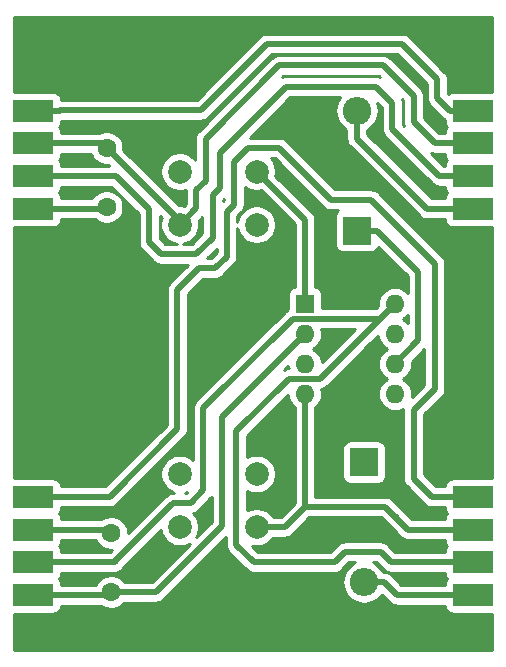
<source format=gbr>
G04 #@! TF.GenerationSoftware,KiCad,Pcbnew,(5.1.2-1)-1*
G04 #@! TF.CreationDate,2019-12-30T17:07:45+01:00*
G04 #@! TF.ProjectId,C64_autofire,4336345f-6175-4746-9f66-6972652e6b69,rev?*
G04 #@! TF.SameCoordinates,Original*
G04 #@! TF.FileFunction,Copper,L2,Bot*
G04 #@! TF.FilePolarity,Positive*
%FSLAX46Y46*%
G04 Gerber Fmt 4.6, Leading zero omitted, Abs format (unit mm)*
G04 Created by KiCad (PCBNEW (5.1.2-1)-1) date 2019-12-30 17:07:45*
%MOMM*%
%LPD*%
G04 APERTURE LIST*
%ADD10C,1.600000*%
%ADD11O,2.400000X2.400000*%
%ADD12R,2.400000X2.400000*%
%ADD13R,3.480000X1.846667*%
%ADD14C,2.000000*%
%ADD15R,1.600000X1.600000*%
%ADD16O,1.600000X1.600000*%
%ADD17C,0.500000*%
%ADD18C,0.250000*%
%ADD19C,0.254000*%
G04 APERTURE END LIST*
D10*
X55800000Y-41800000D03*
X55800000Y-36800000D03*
X56200000Y-69400000D03*
X56200000Y-74400000D03*
D11*
X77000000Y-33640000D03*
D12*
X77000000Y-43800000D03*
X77600000Y-63400000D03*
D11*
X77600000Y-73560000D03*
D13*
X49600000Y-41955000D03*
X49600000Y-39185000D03*
X49600000Y-36415000D03*
X49600000Y-33645000D03*
X49600000Y-66345000D03*
X49600000Y-69115000D03*
X49600000Y-71885000D03*
X49600000Y-74655000D03*
X86800000Y-33645000D03*
X86800000Y-36415000D03*
X86800000Y-39185000D03*
X86800000Y-41955000D03*
X86800000Y-74655000D03*
X86800000Y-71885000D03*
X86800000Y-69115000D03*
X86800000Y-66345000D03*
D14*
X68500000Y-38800000D03*
X68500000Y-43300000D03*
X62000000Y-38800000D03*
X62000000Y-43300000D03*
X62000000Y-68900000D03*
X62000000Y-64400000D03*
X68500000Y-68900000D03*
X68500000Y-64400000D03*
D15*
X72600000Y-50000000D03*
D16*
X80220000Y-57620000D03*
X72600000Y-52540000D03*
X80220000Y-55080000D03*
X72600000Y-55080000D03*
X80220000Y-52540000D03*
X72600000Y-57620000D03*
X80220000Y-50000000D03*
D17*
X55645000Y-41955000D02*
X55800000Y-41800000D01*
X49600000Y-41955000D02*
X55645000Y-41955000D01*
D18*
X86800000Y-69115000D02*
X84734700Y-69115000D01*
D17*
X55915000Y-69115000D02*
X56200000Y-69400000D01*
X49600000Y-69115000D02*
X55915000Y-69115000D01*
X72600000Y-57620000D02*
X72600000Y-58751370D01*
X72600000Y-58751370D02*
X72600000Y-67200000D01*
X55400000Y-36400000D02*
X55800000Y-36800000D01*
X54600000Y-36400000D02*
X55400000Y-36400000D01*
X54585000Y-36415000D02*
X54600000Y-36400000D01*
X49600000Y-36415000D02*
X54585000Y-36415000D01*
X62000000Y-43000000D02*
X62000000Y-43300000D01*
X55800000Y-36800000D02*
X62000000Y-43000000D01*
X62000000Y-43300000D02*
X63400000Y-41900000D01*
X63400000Y-40400000D02*
X64200000Y-39600000D01*
X63400000Y-41900000D02*
X63400000Y-40400000D01*
X64200000Y-39600000D02*
X64200000Y-36000000D01*
X79200000Y-29800000D02*
X81800000Y-32400000D01*
X81800000Y-34600000D02*
X83615000Y-36415000D01*
X81800000Y-32400000D02*
X81800000Y-34600000D01*
X70400000Y-29800000D02*
X79200000Y-29800000D01*
X64200000Y-36000000D02*
X70400000Y-29800000D01*
X70700000Y-68900000D02*
X70900000Y-68900000D01*
X68500000Y-68900000D02*
X70700000Y-68900000D01*
X70900000Y-68900000D02*
X72600000Y-67200000D01*
X79400000Y-67200000D02*
X80900000Y-68700000D01*
X72600000Y-67200000D02*
X79400000Y-67200000D01*
X80900000Y-68700000D02*
X81315000Y-69115000D01*
X80200000Y-68000000D02*
X80900000Y-68700000D01*
X81315000Y-69115000D02*
X86800000Y-69115000D01*
X83615000Y-36415000D02*
X86800000Y-36415000D01*
X55945000Y-74655000D02*
X56200000Y-74400000D01*
X49600000Y-74655000D02*
X55945000Y-74655000D01*
X65600000Y-59540000D02*
X72600000Y-52540000D01*
X56200000Y-74400000D02*
X60000000Y-74400000D01*
X65600000Y-68800000D02*
X60000000Y-74400000D01*
X65600000Y-59540000D02*
X65600000Y-68800000D01*
X77000000Y-33640000D02*
X77000000Y-36000000D01*
X77000000Y-36000000D02*
X82955000Y-41955000D01*
X82955000Y-41955000D02*
X86800000Y-41955000D01*
X78700000Y-43800000D02*
X82200000Y-47300000D01*
X77000000Y-43800000D02*
X78700000Y-43800000D01*
X82200000Y-47300000D02*
X82200000Y-53100000D01*
X82200000Y-53100000D02*
X80220000Y-55080000D01*
X79297056Y-73560000D02*
X80392056Y-74655000D01*
X77600000Y-73560000D02*
X79297056Y-73560000D01*
X80392056Y-74655000D02*
X86800000Y-74655000D01*
D18*
X55989300Y-39185000D02*
X49600000Y-39185000D01*
D17*
X64800000Y-40800000D02*
X65400000Y-40200000D01*
X64800000Y-44400000D02*
X64800000Y-40800000D01*
X60400000Y-45800000D02*
X63400000Y-45800000D01*
X65400000Y-40200000D02*
X65400000Y-37200000D01*
X63400000Y-45800000D02*
X64800000Y-44400000D01*
X59400000Y-44800000D02*
X60400000Y-45800000D01*
X49600000Y-39185000D02*
X56585000Y-39185000D01*
X56585000Y-39185000D02*
X59400000Y-42000000D01*
X65400000Y-37200000D02*
X71000000Y-31600000D01*
X59400000Y-42000000D02*
X59400000Y-44800000D01*
X71000000Y-31600000D02*
X78600000Y-31600000D01*
X78600000Y-31600000D02*
X80000000Y-33000000D01*
X80000000Y-33000000D02*
X80000000Y-35200000D01*
X80000000Y-35200000D02*
X83985000Y-39185000D01*
X83985000Y-39185000D02*
X86800000Y-39185000D01*
X83800000Y-32600000D02*
X84845000Y-33645000D01*
X83800000Y-31000000D02*
X83800000Y-32600000D01*
X69400000Y-28000000D02*
X80800000Y-28000000D01*
X51885000Y-33600000D02*
X63800000Y-33600000D01*
X51840000Y-33645000D02*
X51885000Y-33600000D01*
X80800000Y-28000000D02*
X83800000Y-31000000D01*
X63800000Y-33600000D02*
X69400000Y-28000000D01*
X84845000Y-33645000D02*
X86800000Y-33645000D01*
X49600000Y-33645000D02*
X51840000Y-33645000D01*
D18*
X49600000Y-66345000D02*
X51665300Y-66345000D01*
D17*
X56055000Y-66345000D02*
X49600000Y-66345000D01*
X61800000Y-60600000D02*
X56055000Y-66345000D01*
X61800000Y-48800000D02*
X61800000Y-57600000D01*
X63600000Y-47000000D02*
X61800000Y-48800000D01*
X66000000Y-46000000D02*
X65000000Y-47000000D01*
X66600000Y-38000000D02*
X66600000Y-41600000D01*
X66000000Y-42200000D02*
X66000000Y-46000000D01*
X67800000Y-36800000D02*
X66600000Y-38000000D01*
X83345000Y-66345000D02*
X81800000Y-64800000D01*
X70400000Y-36800000D02*
X67800000Y-36800000D01*
X78200000Y-41200000D02*
X74800000Y-41200000D01*
X65000000Y-47000000D02*
X63600000Y-47000000D01*
X81800000Y-64800000D02*
X81800000Y-59000000D01*
X74800000Y-41200000D02*
X70400000Y-36800000D01*
X81800000Y-59000000D02*
X83600000Y-57200000D01*
X66600000Y-41600000D02*
X66000000Y-42200000D01*
X83600000Y-46600000D02*
X78200000Y-41200000D01*
X61800000Y-57200000D02*
X61800000Y-57600000D01*
X83600000Y-57200000D02*
X83600000Y-46600000D01*
X86800000Y-66345000D02*
X83345000Y-66345000D01*
X61800000Y-57600000D02*
X61800000Y-60600000D01*
X56440700Y-71885000D02*
X56562850Y-71762850D01*
X49600000Y-71885000D02*
X56440700Y-71885000D01*
X56440700Y-71885000D02*
X61362850Y-66962850D01*
D18*
X61362850Y-66962850D02*
X56562850Y-71762850D01*
X61462850Y-66862850D02*
X61362850Y-66962850D01*
D17*
X64000000Y-58800000D02*
X71549999Y-51250001D01*
X71549999Y-51250001D02*
X78969999Y-51250001D01*
X64000000Y-65800000D02*
X64000000Y-58800000D01*
X62937150Y-66862850D02*
X64000000Y-65800000D01*
X61462850Y-66862850D02*
X62937150Y-66862850D01*
X79210000Y-51010000D02*
X80220000Y-50000000D01*
X78969999Y-51250001D02*
X79210000Y-51010000D01*
X66800000Y-60800000D02*
X66800000Y-70400000D01*
X73869999Y-56330001D02*
X71269999Y-56330001D01*
X77600000Y-52600000D02*
X73869999Y-56330001D01*
X66800000Y-70400000D02*
X68285000Y-71885000D01*
X77620000Y-52600000D02*
X77600000Y-52600000D01*
X71269999Y-56330001D02*
X66800000Y-60800000D01*
X79210000Y-51010000D02*
X77620000Y-52600000D01*
X68285000Y-71885000D02*
X75115000Y-71885000D01*
X75115000Y-71885000D02*
X76000000Y-71000000D01*
X76000000Y-71000000D02*
X79000000Y-71000000D01*
X79000000Y-71000000D02*
X79885000Y-71885000D01*
X79885000Y-71885000D02*
X86800000Y-71885000D01*
X72600000Y-42900000D02*
X72600000Y-50000000D01*
X68500000Y-38800000D02*
X72600000Y-42900000D01*
D19*
G36*
X65915001Y-70356521D02*
G01*
X65910719Y-70400000D01*
X65927805Y-70573490D01*
X65978412Y-70740313D01*
X66060590Y-70894059D01*
X66143468Y-70995046D01*
X66143471Y-70995049D01*
X66171184Y-71028817D01*
X66204951Y-71056529D01*
X67628470Y-72480049D01*
X67656183Y-72513817D01*
X67689951Y-72541530D01*
X67689953Y-72541532D01*
X67761452Y-72600210D01*
X67790941Y-72624411D01*
X67944687Y-72706589D01*
X68111510Y-72757195D01*
X68241523Y-72770000D01*
X68241533Y-72770000D01*
X68284999Y-72774281D01*
X68328465Y-72770000D01*
X75071531Y-72770000D01*
X75115000Y-72774281D01*
X75158469Y-72770000D01*
X75158477Y-72770000D01*
X75288490Y-72757195D01*
X75455313Y-72706589D01*
X75609059Y-72624411D01*
X75743817Y-72513817D01*
X75771534Y-72480044D01*
X76366579Y-71885000D01*
X76841019Y-71885000D01*
X76575596Y-72026871D01*
X76296181Y-72256181D01*
X76066871Y-72535596D01*
X75896479Y-72854378D01*
X75791552Y-73200277D01*
X75756122Y-73560000D01*
X75791552Y-73919723D01*
X75896479Y-74265622D01*
X76066871Y-74584404D01*
X76296181Y-74863819D01*
X76575596Y-75093129D01*
X76894378Y-75263521D01*
X77240277Y-75368448D01*
X77509861Y-75395000D01*
X77690139Y-75395000D01*
X77959723Y-75368448D01*
X78305622Y-75263521D01*
X78624404Y-75093129D01*
X78903819Y-74863819D01*
X79104620Y-74619142D01*
X79735526Y-75250049D01*
X79763239Y-75283817D01*
X79797007Y-75311530D01*
X79797009Y-75311532D01*
X79866361Y-75368448D01*
X79897997Y-75394411D01*
X80051743Y-75476589D01*
X80218566Y-75527195D01*
X80348579Y-75540000D01*
X80348587Y-75540000D01*
X80392056Y-75544281D01*
X80435525Y-75540000D01*
X84421928Y-75540000D01*
X84421928Y-75578333D01*
X84434188Y-75702815D01*
X84470498Y-75822513D01*
X84529463Y-75932827D01*
X84608815Y-76029518D01*
X84705506Y-76108870D01*
X84815820Y-76167835D01*
X84935518Y-76204145D01*
X85060000Y-76216405D01*
X86673000Y-76216405D01*
X86673000Y-79273000D01*
X49527000Y-79273000D01*
X49527000Y-76216405D01*
X51340000Y-76216405D01*
X51464482Y-76204145D01*
X51584180Y-76167835D01*
X51694494Y-76108870D01*
X51791185Y-76029518D01*
X51870537Y-75932827D01*
X51929502Y-75822513D01*
X51965812Y-75702815D01*
X51978072Y-75578333D01*
X51978072Y-75540000D01*
X55323199Y-75540000D01*
X55520273Y-75671680D01*
X55781426Y-75779853D01*
X56058665Y-75835000D01*
X56341335Y-75835000D01*
X56618574Y-75779853D01*
X56879727Y-75671680D01*
X57114759Y-75514637D01*
X57314637Y-75314759D01*
X57334521Y-75285000D01*
X59956531Y-75285000D01*
X60000000Y-75289281D01*
X60043469Y-75285000D01*
X60043477Y-75285000D01*
X60173490Y-75272195D01*
X60340313Y-75221589D01*
X60494059Y-75139411D01*
X60628817Y-75028817D01*
X60656534Y-74995044D01*
X65915001Y-69736578D01*
X65915001Y-70356521D01*
X65915001Y-70356521D01*
G37*
X65915001Y-70356521D02*
X65910719Y-70400000D01*
X65927805Y-70573490D01*
X65978412Y-70740313D01*
X66060590Y-70894059D01*
X66143468Y-70995046D01*
X66143471Y-70995049D01*
X66171184Y-71028817D01*
X66204951Y-71056529D01*
X67628470Y-72480049D01*
X67656183Y-72513817D01*
X67689951Y-72541530D01*
X67689953Y-72541532D01*
X67761452Y-72600210D01*
X67790941Y-72624411D01*
X67944687Y-72706589D01*
X68111510Y-72757195D01*
X68241523Y-72770000D01*
X68241533Y-72770000D01*
X68284999Y-72774281D01*
X68328465Y-72770000D01*
X75071531Y-72770000D01*
X75115000Y-72774281D01*
X75158469Y-72770000D01*
X75158477Y-72770000D01*
X75288490Y-72757195D01*
X75455313Y-72706589D01*
X75609059Y-72624411D01*
X75743817Y-72513817D01*
X75771534Y-72480044D01*
X76366579Y-71885000D01*
X76841019Y-71885000D01*
X76575596Y-72026871D01*
X76296181Y-72256181D01*
X76066871Y-72535596D01*
X75896479Y-72854378D01*
X75791552Y-73200277D01*
X75756122Y-73560000D01*
X75791552Y-73919723D01*
X75896479Y-74265622D01*
X76066871Y-74584404D01*
X76296181Y-74863819D01*
X76575596Y-75093129D01*
X76894378Y-75263521D01*
X77240277Y-75368448D01*
X77509861Y-75395000D01*
X77690139Y-75395000D01*
X77959723Y-75368448D01*
X78305622Y-75263521D01*
X78624404Y-75093129D01*
X78903819Y-74863819D01*
X79104620Y-74619142D01*
X79735526Y-75250049D01*
X79763239Y-75283817D01*
X79797007Y-75311530D01*
X79797009Y-75311532D01*
X79866361Y-75368448D01*
X79897997Y-75394411D01*
X80051743Y-75476589D01*
X80218566Y-75527195D01*
X80348579Y-75540000D01*
X80348587Y-75540000D01*
X80392056Y-75544281D01*
X80435525Y-75540000D01*
X84421928Y-75540000D01*
X84421928Y-75578333D01*
X84434188Y-75702815D01*
X84470498Y-75822513D01*
X84529463Y-75932827D01*
X84608815Y-76029518D01*
X84705506Y-76108870D01*
X84815820Y-76167835D01*
X84935518Y-76204145D01*
X85060000Y-76216405D01*
X86673000Y-76216405D01*
X86673000Y-79273000D01*
X49527000Y-79273000D01*
X49527000Y-76216405D01*
X51340000Y-76216405D01*
X51464482Y-76204145D01*
X51584180Y-76167835D01*
X51694494Y-76108870D01*
X51791185Y-76029518D01*
X51870537Y-75932827D01*
X51929502Y-75822513D01*
X51965812Y-75702815D01*
X51978072Y-75578333D01*
X51978072Y-75540000D01*
X55323199Y-75540000D01*
X55520273Y-75671680D01*
X55781426Y-75779853D01*
X56058665Y-75835000D01*
X56341335Y-75835000D01*
X56618574Y-75779853D01*
X56879727Y-75671680D01*
X57114759Y-75514637D01*
X57314637Y-75314759D01*
X57334521Y-75285000D01*
X59956531Y-75285000D01*
X60000000Y-75289281D01*
X60043469Y-75285000D01*
X60043477Y-75285000D01*
X60173490Y-75272195D01*
X60340313Y-75221589D01*
X60494059Y-75139411D01*
X60628817Y-75028817D01*
X60656534Y-74995044D01*
X65915001Y-69736578D01*
X65915001Y-70356521D01*
G36*
X60427832Y-69376912D02*
G01*
X60551082Y-69674463D01*
X60730013Y-69942252D01*
X60957748Y-70169987D01*
X61225537Y-70348918D01*
X61523088Y-70472168D01*
X61838967Y-70535000D01*
X62161033Y-70535000D01*
X62476912Y-70472168D01*
X62774463Y-70348918D01*
X62849927Y-70298495D01*
X59633422Y-73515000D01*
X57334521Y-73515000D01*
X57314637Y-73485241D01*
X57114759Y-73285363D01*
X56879727Y-73128320D01*
X56618574Y-73020147D01*
X56341335Y-72965000D01*
X56058665Y-72965000D01*
X55781426Y-73020147D01*
X55520273Y-73128320D01*
X55285241Y-73285363D01*
X55085363Y-73485241D01*
X54928320Y-73720273D01*
X54907722Y-73770000D01*
X51978072Y-73770000D01*
X51978072Y-73731667D01*
X51965812Y-73607185D01*
X51929502Y-73487487D01*
X51870537Y-73377173D01*
X51791185Y-73280482D01*
X51778413Y-73270000D01*
X51791185Y-73259518D01*
X51870537Y-73162827D01*
X51929502Y-73052513D01*
X51965812Y-72932815D01*
X51978072Y-72808333D01*
X51978072Y-72770000D01*
X56397231Y-72770000D01*
X56440700Y-72774281D01*
X56484169Y-72770000D01*
X56484177Y-72770000D01*
X56614190Y-72757195D01*
X56781013Y-72706589D01*
X56934759Y-72624411D01*
X57069517Y-72513817D01*
X57097234Y-72480044D01*
X60390093Y-69187185D01*
X60427832Y-69376912D01*
X60427832Y-69376912D01*
G37*
X60427832Y-69376912D02*
X60551082Y-69674463D01*
X60730013Y-69942252D01*
X60957748Y-70169987D01*
X61225537Y-70348918D01*
X61523088Y-70472168D01*
X61838967Y-70535000D01*
X62161033Y-70535000D01*
X62476912Y-70472168D01*
X62774463Y-70348918D01*
X62849927Y-70298495D01*
X59633422Y-73515000D01*
X57334521Y-73515000D01*
X57314637Y-73485241D01*
X57114759Y-73285363D01*
X56879727Y-73128320D01*
X56618574Y-73020147D01*
X56341335Y-72965000D01*
X56058665Y-72965000D01*
X55781426Y-73020147D01*
X55520273Y-73128320D01*
X55285241Y-73285363D01*
X55085363Y-73485241D01*
X54928320Y-73720273D01*
X54907722Y-73770000D01*
X51978072Y-73770000D01*
X51978072Y-73731667D01*
X51965812Y-73607185D01*
X51929502Y-73487487D01*
X51870537Y-73377173D01*
X51791185Y-73280482D01*
X51778413Y-73270000D01*
X51791185Y-73259518D01*
X51870537Y-73162827D01*
X51929502Y-73052513D01*
X51965812Y-72932815D01*
X51978072Y-72808333D01*
X51978072Y-72770000D01*
X56397231Y-72770000D01*
X56440700Y-72774281D01*
X56484169Y-72770000D01*
X56484177Y-72770000D01*
X56614190Y-72757195D01*
X56781013Y-72706589D01*
X56934759Y-72624411D01*
X57069517Y-72513817D01*
X57097234Y-72480044D01*
X60390093Y-69187185D01*
X60427832Y-69376912D01*
G36*
X79228470Y-72480049D02*
G01*
X79256183Y-72513817D01*
X79289951Y-72541530D01*
X79289953Y-72541532D01*
X79361452Y-72600210D01*
X79390941Y-72624411D01*
X79544687Y-72706589D01*
X79711510Y-72757195D01*
X79841523Y-72770000D01*
X79841533Y-72770000D01*
X79884999Y-72774281D01*
X79928466Y-72770000D01*
X84421928Y-72770000D01*
X84421928Y-72808333D01*
X84434188Y-72932815D01*
X84470498Y-73052513D01*
X84529463Y-73162827D01*
X84608815Y-73259518D01*
X84621587Y-73270000D01*
X84608815Y-73280482D01*
X84529463Y-73377173D01*
X84470498Y-73487487D01*
X84434188Y-73607185D01*
X84421928Y-73731667D01*
X84421928Y-73770000D01*
X80758635Y-73770000D01*
X79953590Y-72964956D01*
X79925873Y-72931183D01*
X79791115Y-72820589D01*
X79637369Y-72738411D01*
X79470546Y-72687805D01*
X79340533Y-72675000D01*
X79340525Y-72675000D01*
X79297056Y-72670719D01*
X79253587Y-72675000D01*
X79207642Y-72675000D01*
X79133129Y-72535596D01*
X78903819Y-72256181D01*
X78624404Y-72026871D01*
X78358981Y-71885000D01*
X78633422Y-71885000D01*
X79228470Y-72480049D01*
X79228470Y-72480049D01*
G37*
X79228470Y-72480049D02*
X79256183Y-72513817D01*
X79289951Y-72541530D01*
X79289953Y-72541532D01*
X79361452Y-72600210D01*
X79390941Y-72624411D01*
X79544687Y-72706589D01*
X79711510Y-72757195D01*
X79841523Y-72770000D01*
X79841533Y-72770000D01*
X79884999Y-72774281D01*
X79928466Y-72770000D01*
X84421928Y-72770000D01*
X84421928Y-72808333D01*
X84434188Y-72932815D01*
X84470498Y-73052513D01*
X84529463Y-73162827D01*
X84608815Y-73259518D01*
X84621587Y-73270000D01*
X84608815Y-73280482D01*
X84529463Y-73377173D01*
X84470498Y-73487487D01*
X84434188Y-73607185D01*
X84421928Y-73731667D01*
X84421928Y-73770000D01*
X80758635Y-73770000D01*
X79953590Y-72964956D01*
X79925873Y-72931183D01*
X79791115Y-72820589D01*
X79637369Y-72738411D01*
X79470546Y-72687805D01*
X79340533Y-72675000D01*
X79340525Y-72675000D01*
X79297056Y-72670719D01*
X79253587Y-72675000D01*
X79207642Y-72675000D01*
X79133129Y-72535596D01*
X78903819Y-72256181D01*
X78624404Y-72026871D01*
X78358981Y-71885000D01*
X78633422Y-71885000D01*
X79228470Y-72480049D01*
G36*
X54928320Y-70079727D02*
G01*
X55085363Y-70314759D01*
X55285241Y-70514637D01*
X55520273Y-70671680D01*
X55781426Y-70779853D01*
X56058665Y-70835000D01*
X56239122Y-70835000D01*
X56074122Y-71000000D01*
X51978072Y-71000000D01*
X51978072Y-70961667D01*
X51965812Y-70837185D01*
X51929502Y-70717487D01*
X51870537Y-70607173D01*
X51791185Y-70510482D01*
X51778413Y-70500000D01*
X51791185Y-70489518D01*
X51870537Y-70392827D01*
X51929502Y-70282513D01*
X51965812Y-70162815D01*
X51978072Y-70038333D01*
X51978072Y-70000000D01*
X54895296Y-70000000D01*
X54928320Y-70079727D01*
X54928320Y-70079727D01*
G37*
X54928320Y-70079727D02*
X55085363Y-70314759D01*
X55285241Y-70514637D01*
X55520273Y-70671680D01*
X55781426Y-70779853D01*
X56058665Y-70835000D01*
X56239122Y-70835000D01*
X56074122Y-71000000D01*
X51978072Y-71000000D01*
X51978072Y-70961667D01*
X51965812Y-70837185D01*
X51929502Y-70717487D01*
X51870537Y-70607173D01*
X51791185Y-70510482D01*
X51778413Y-70500000D01*
X51791185Y-70489518D01*
X51870537Y-70392827D01*
X51929502Y-70282513D01*
X51965812Y-70162815D01*
X51978072Y-70038333D01*
X51978072Y-70000000D01*
X54895296Y-70000000D01*
X54928320Y-70079727D01*
G36*
X79929847Y-68981426D02*
G01*
X80304953Y-69356532D01*
X80304959Y-69356537D01*
X80658466Y-69710044D01*
X80686183Y-69743817D01*
X80820941Y-69854411D01*
X80838887Y-69864003D01*
X80974686Y-69936589D01*
X81141510Y-69987195D01*
X81271523Y-70000000D01*
X81271531Y-70000000D01*
X81315000Y-70004281D01*
X81358469Y-70000000D01*
X84421928Y-70000000D01*
X84421928Y-70038333D01*
X84434188Y-70162815D01*
X84470498Y-70282513D01*
X84529463Y-70392827D01*
X84608815Y-70489518D01*
X84621587Y-70500000D01*
X84608815Y-70510482D01*
X84529463Y-70607173D01*
X84470498Y-70717487D01*
X84434188Y-70837185D01*
X84421928Y-70961667D01*
X84421928Y-71000000D01*
X80251579Y-71000000D01*
X79656534Y-70404956D01*
X79628817Y-70371183D01*
X79494059Y-70260589D01*
X79340313Y-70178411D01*
X79173490Y-70127805D01*
X79043477Y-70115000D01*
X79043469Y-70115000D01*
X79000000Y-70110719D01*
X78956531Y-70115000D01*
X76043466Y-70115000D01*
X75999999Y-70110719D01*
X75956533Y-70115000D01*
X75956523Y-70115000D01*
X75826510Y-70127805D01*
X75659687Y-70178411D01*
X75505941Y-70260589D01*
X75505939Y-70260590D01*
X75505940Y-70260590D01*
X75404953Y-70343468D01*
X75404951Y-70343470D01*
X75371183Y-70371183D01*
X75343470Y-70404951D01*
X74748422Y-71000000D01*
X68651579Y-71000000D01*
X68148740Y-70497162D01*
X68338967Y-70535000D01*
X68661033Y-70535000D01*
X68976912Y-70472168D01*
X69274463Y-70348918D01*
X69542252Y-70169987D01*
X69769987Y-69942252D01*
X69875059Y-69785000D01*
X70856531Y-69785000D01*
X70900000Y-69789281D01*
X70943469Y-69785000D01*
X70943477Y-69785000D01*
X71073490Y-69772195D01*
X71240313Y-69721589D01*
X71394059Y-69639411D01*
X71528817Y-69528817D01*
X71556534Y-69495044D01*
X72966579Y-68085000D01*
X79033422Y-68085000D01*
X79929847Y-68981426D01*
X79929847Y-68981426D01*
G37*
X79929847Y-68981426D02*
X80304953Y-69356532D01*
X80304959Y-69356537D01*
X80658466Y-69710044D01*
X80686183Y-69743817D01*
X80820941Y-69854411D01*
X80838887Y-69864003D01*
X80974686Y-69936589D01*
X81141510Y-69987195D01*
X81271523Y-70000000D01*
X81271531Y-70000000D01*
X81315000Y-70004281D01*
X81358469Y-70000000D01*
X84421928Y-70000000D01*
X84421928Y-70038333D01*
X84434188Y-70162815D01*
X84470498Y-70282513D01*
X84529463Y-70392827D01*
X84608815Y-70489518D01*
X84621587Y-70500000D01*
X84608815Y-70510482D01*
X84529463Y-70607173D01*
X84470498Y-70717487D01*
X84434188Y-70837185D01*
X84421928Y-70961667D01*
X84421928Y-71000000D01*
X80251579Y-71000000D01*
X79656534Y-70404956D01*
X79628817Y-70371183D01*
X79494059Y-70260589D01*
X79340313Y-70178411D01*
X79173490Y-70127805D01*
X79043477Y-70115000D01*
X79043469Y-70115000D01*
X79000000Y-70110719D01*
X78956531Y-70115000D01*
X76043466Y-70115000D01*
X75999999Y-70110719D01*
X75956533Y-70115000D01*
X75956523Y-70115000D01*
X75826510Y-70127805D01*
X75659687Y-70178411D01*
X75505941Y-70260589D01*
X75505939Y-70260590D01*
X75505940Y-70260590D01*
X75404953Y-70343468D01*
X75404951Y-70343470D01*
X75371183Y-70371183D01*
X75343470Y-70404951D01*
X74748422Y-71000000D01*
X68651579Y-71000000D01*
X68148740Y-70497162D01*
X68338967Y-70535000D01*
X68661033Y-70535000D01*
X68976912Y-70472168D01*
X69274463Y-70348918D01*
X69542252Y-70169987D01*
X69769987Y-69942252D01*
X69875059Y-69785000D01*
X70856531Y-69785000D01*
X70900000Y-69789281D01*
X70943469Y-69785000D01*
X70943477Y-69785000D01*
X71073490Y-69772195D01*
X71240313Y-69721589D01*
X71394059Y-69639411D01*
X71528817Y-69528817D01*
X71556534Y-69495044D01*
X72966579Y-68085000D01*
X79033422Y-68085000D01*
X79929847Y-68981426D01*
G36*
X64715001Y-68433420D02*
G01*
X63398495Y-69749926D01*
X63448918Y-69674463D01*
X63572168Y-69376912D01*
X63635000Y-69061033D01*
X63635000Y-68738967D01*
X63572168Y-68423088D01*
X63448918Y-68125537D01*
X63269987Y-67857748D01*
X63138755Y-67726516D01*
X63277463Y-67684439D01*
X63431209Y-67602261D01*
X63565967Y-67491667D01*
X63593684Y-67457894D01*
X64595050Y-66456529D01*
X64628817Y-66428817D01*
X64670185Y-66378411D01*
X64715001Y-66323803D01*
X64715001Y-68433420D01*
X64715001Y-68433420D01*
G37*
X64715001Y-68433420D02*
X63398495Y-69749926D01*
X63448918Y-69674463D01*
X63572168Y-69376912D01*
X63635000Y-69061033D01*
X63635000Y-68738967D01*
X63572168Y-68423088D01*
X63448918Y-68125537D01*
X63269987Y-67857748D01*
X63138755Y-67726516D01*
X63277463Y-67684439D01*
X63431209Y-67602261D01*
X63565967Y-67491667D01*
X63593684Y-67457894D01*
X64595050Y-66456529D01*
X64628817Y-66428817D01*
X64670185Y-66378411D01*
X64715001Y-66323803D01*
X64715001Y-68433420D01*
G36*
X67725537Y-40248918D02*
G01*
X68023088Y-40372168D01*
X68338967Y-40435000D01*
X68661033Y-40435000D01*
X68846525Y-40398103D01*
X71715000Y-43266579D01*
X71715001Y-48570299D01*
X71675518Y-48574188D01*
X71555820Y-48610498D01*
X71445506Y-48669463D01*
X71348815Y-48748815D01*
X71269463Y-48845506D01*
X71210498Y-48955820D01*
X71174188Y-49075518D01*
X71161928Y-49200000D01*
X71161928Y-50453939D01*
X71055940Y-50510590D01*
X71055938Y-50510591D01*
X71055939Y-50510591D01*
X70954952Y-50593469D01*
X70954950Y-50593471D01*
X70921182Y-50621184D01*
X70893469Y-50654952D01*
X63404952Y-58143470D01*
X63371184Y-58171183D01*
X63343471Y-58204951D01*
X63343468Y-58204954D01*
X63260590Y-58305941D01*
X63178412Y-58459687D01*
X63127805Y-58626510D01*
X63110719Y-58800000D01*
X63115001Y-58843479D01*
X63115000Y-63202761D01*
X63042252Y-63130013D01*
X62774463Y-62951082D01*
X62476912Y-62827832D01*
X62161033Y-62765000D01*
X61838967Y-62765000D01*
X61523088Y-62827832D01*
X61225537Y-62951082D01*
X60957748Y-63130013D01*
X60730013Y-63357748D01*
X60551082Y-63625537D01*
X60427832Y-63923088D01*
X60365000Y-64238967D01*
X60365000Y-64561033D01*
X60427832Y-64876912D01*
X60551082Y-65174463D01*
X60730013Y-65442252D01*
X60957748Y-65669987D01*
X61225537Y-65848918D01*
X61523088Y-65972168D01*
X61551653Y-65977850D01*
X61419373Y-65977850D01*
X61289360Y-65990655D01*
X61122537Y-66041261D01*
X60968791Y-66123439D01*
X60834033Y-66234033D01*
X60788958Y-66288956D01*
X60767803Y-66306318D01*
X57635000Y-69439122D01*
X57635000Y-69258665D01*
X57579853Y-68981426D01*
X57471680Y-68720273D01*
X57314637Y-68485241D01*
X57114759Y-68285363D01*
X56879727Y-68128320D01*
X56618574Y-68020147D01*
X56341335Y-67965000D01*
X56058665Y-67965000D01*
X55781426Y-68020147D01*
X55520273Y-68128320D01*
X55368098Y-68230000D01*
X51978072Y-68230000D01*
X51978072Y-68191667D01*
X51965812Y-68067185D01*
X51929502Y-67947487D01*
X51870537Y-67837173D01*
X51791185Y-67740482D01*
X51778413Y-67730000D01*
X51791185Y-67719518D01*
X51870537Y-67622827D01*
X51929502Y-67512513D01*
X51965812Y-67392815D01*
X51978072Y-67268333D01*
X51978072Y-67230000D01*
X56011531Y-67230000D01*
X56055000Y-67234281D01*
X56098469Y-67230000D01*
X56098477Y-67230000D01*
X56228490Y-67217195D01*
X56395313Y-67166589D01*
X56549059Y-67084411D01*
X56683817Y-66973817D01*
X56711534Y-66940044D01*
X62395049Y-61256530D01*
X62428817Y-61228817D01*
X62539411Y-61094059D01*
X62621589Y-60940313D01*
X62672195Y-60773490D01*
X62685000Y-60643477D01*
X62685000Y-60643469D01*
X62689281Y-60600000D01*
X62685000Y-60556531D01*
X62685000Y-49166578D01*
X63966579Y-47885000D01*
X64956531Y-47885000D01*
X65000000Y-47889281D01*
X65043469Y-47885000D01*
X65043477Y-47885000D01*
X65173490Y-47872195D01*
X65340313Y-47821589D01*
X65494059Y-47739411D01*
X65628817Y-47628817D01*
X65656534Y-47595044D01*
X66595049Y-46656530D01*
X66628817Y-46628817D01*
X66739411Y-46494059D01*
X66774824Y-46427805D01*
X66821589Y-46340314D01*
X66872195Y-46173490D01*
X66885000Y-46043477D01*
X66885000Y-46043469D01*
X66889281Y-46000000D01*
X66885000Y-45956531D01*
X66885000Y-43561580D01*
X66927832Y-43776912D01*
X67051082Y-44074463D01*
X67230013Y-44342252D01*
X67457748Y-44569987D01*
X67725537Y-44748918D01*
X68023088Y-44872168D01*
X68338967Y-44935000D01*
X68661033Y-44935000D01*
X68976912Y-44872168D01*
X69274463Y-44748918D01*
X69542252Y-44569987D01*
X69769987Y-44342252D01*
X69948918Y-44074463D01*
X70072168Y-43776912D01*
X70135000Y-43461033D01*
X70135000Y-43138967D01*
X70072168Y-42823088D01*
X69948918Y-42525537D01*
X69769987Y-42257748D01*
X69542252Y-42030013D01*
X69274463Y-41851082D01*
X68976912Y-41727832D01*
X68661033Y-41665000D01*
X68338967Y-41665000D01*
X68023088Y-41727832D01*
X67725537Y-41851082D01*
X67457748Y-42030013D01*
X67230013Y-42257748D01*
X67051082Y-42525537D01*
X66927832Y-42823088D01*
X66885000Y-43038420D01*
X66885000Y-42566578D01*
X67195049Y-42256530D01*
X67228817Y-42228817D01*
X67270185Y-42178411D01*
X67339410Y-42094060D01*
X67339411Y-42094059D01*
X67421589Y-41940313D01*
X67472195Y-41773490D01*
X67485000Y-41643477D01*
X67485000Y-41643467D01*
X67489281Y-41600001D01*
X67485000Y-41556535D01*
X67485000Y-40088196D01*
X67725537Y-40248918D01*
X67725537Y-40248918D01*
G37*
X67725537Y-40248918D02*
X68023088Y-40372168D01*
X68338967Y-40435000D01*
X68661033Y-40435000D01*
X68846525Y-40398103D01*
X71715000Y-43266579D01*
X71715001Y-48570299D01*
X71675518Y-48574188D01*
X71555820Y-48610498D01*
X71445506Y-48669463D01*
X71348815Y-48748815D01*
X71269463Y-48845506D01*
X71210498Y-48955820D01*
X71174188Y-49075518D01*
X71161928Y-49200000D01*
X71161928Y-50453939D01*
X71055940Y-50510590D01*
X71055938Y-50510591D01*
X71055939Y-50510591D01*
X70954952Y-50593469D01*
X70954950Y-50593471D01*
X70921182Y-50621184D01*
X70893469Y-50654952D01*
X63404952Y-58143470D01*
X63371184Y-58171183D01*
X63343471Y-58204951D01*
X63343468Y-58204954D01*
X63260590Y-58305941D01*
X63178412Y-58459687D01*
X63127805Y-58626510D01*
X63110719Y-58800000D01*
X63115001Y-58843479D01*
X63115000Y-63202761D01*
X63042252Y-63130013D01*
X62774463Y-62951082D01*
X62476912Y-62827832D01*
X62161033Y-62765000D01*
X61838967Y-62765000D01*
X61523088Y-62827832D01*
X61225537Y-62951082D01*
X60957748Y-63130013D01*
X60730013Y-63357748D01*
X60551082Y-63625537D01*
X60427832Y-63923088D01*
X60365000Y-64238967D01*
X60365000Y-64561033D01*
X60427832Y-64876912D01*
X60551082Y-65174463D01*
X60730013Y-65442252D01*
X60957748Y-65669987D01*
X61225537Y-65848918D01*
X61523088Y-65972168D01*
X61551653Y-65977850D01*
X61419373Y-65977850D01*
X61289360Y-65990655D01*
X61122537Y-66041261D01*
X60968791Y-66123439D01*
X60834033Y-66234033D01*
X60788958Y-66288956D01*
X60767803Y-66306318D01*
X57635000Y-69439122D01*
X57635000Y-69258665D01*
X57579853Y-68981426D01*
X57471680Y-68720273D01*
X57314637Y-68485241D01*
X57114759Y-68285363D01*
X56879727Y-68128320D01*
X56618574Y-68020147D01*
X56341335Y-67965000D01*
X56058665Y-67965000D01*
X55781426Y-68020147D01*
X55520273Y-68128320D01*
X55368098Y-68230000D01*
X51978072Y-68230000D01*
X51978072Y-68191667D01*
X51965812Y-68067185D01*
X51929502Y-67947487D01*
X51870537Y-67837173D01*
X51791185Y-67740482D01*
X51778413Y-67730000D01*
X51791185Y-67719518D01*
X51870537Y-67622827D01*
X51929502Y-67512513D01*
X51965812Y-67392815D01*
X51978072Y-67268333D01*
X51978072Y-67230000D01*
X56011531Y-67230000D01*
X56055000Y-67234281D01*
X56098469Y-67230000D01*
X56098477Y-67230000D01*
X56228490Y-67217195D01*
X56395313Y-67166589D01*
X56549059Y-67084411D01*
X56683817Y-66973817D01*
X56711534Y-66940044D01*
X62395049Y-61256530D01*
X62428817Y-61228817D01*
X62539411Y-61094059D01*
X62621589Y-60940313D01*
X62672195Y-60773490D01*
X62685000Y-60643477D01*
X62685000Y-60643469D01*
X62689281Y-60600000D01*
X62685000Y-60556531D01*
X62685000Y-49166578D01*
X63966579Y-47885000D01*
X64956531Y-47885000D01*
X65000000Y-47889281D01*
X65043469Y-47885000D01*
X65043477Y-47885000D01*
X65173490Y-47872195D01*
X65340313Y-47821589D01*
X65494059Y-47739411D01*
X65628817Y-47628817D01*
X65656534Y-47595044D01*
X66595049Y-46656530D01*
X66628817Y-46628817D01*
X66739411Y-46494059D01*
X66774824Y-46427805D01*
X66821589Y-46340314D01*
X66872195Y-46173490D01*
X66885000Y-46043477D01*
X66885000Y-46043469D01*
X66889281Y-46000000D01*
X66885000Y-45956531D01*
X66885000Y-43561580D01*
X66927832Y-43776912D01*
X67051082Y-44074463D01*
X67230013Y-44342252D01*
X67457748Y-44569987D01*
X67725537Y-44748918D01*
X68023088Y-44872168D01*
X68338967Y-44935000D01*
X68661033Y-44935000D01*
X68976912Y-44872168D01*
X69274463Y-44748918D01*
X69542252Y-44569987D01*
X69769987Y-44342252D01*
X69948918Y-44074463D01*
X70072168Y-43776912D01*
X70135000Y-43461033D01*
X70135000Y-43138967D01*
X70072168Y-42823088D01*
X69948918Y-42525537D01*
X69769987Y-42257748D01*
X69542252Y-42030013D01*
X69274463Y-41851082D01*
X68976912Y-41727832D01*
X68661033Y-41665000D01*
X68338967Y-41665000D01*
X68023088Y-41727832D01*
X67725537Y-41851082D01*
X67457748Y-42030013D01*
X67230013Y-42257748D01*
X67051082Y-42525537D01*
X66927832Y-42823088D01*
X66885000Y-43038420D01*
X66885000Y-42566578D01*
X67195049Y-42256530D01*
X67228817Y-42228817D01*
X67270185Y-42178411D01*
X67339410Y-42094060D01*
X67339411Y-42094059D01*
X67421589Y-41940313D01*
X67472195Y-41773490D01*
X67485000Y-41643477D01*
X67485000Y-41643467D01*
X67489281Y-41600001D01*
X67485000Y-41556535D01*
X67485000Y-40088196D01*
X67725537Y-40248918D01*
G36*
X78805764Y-52821309D02*
G01*
X78887818Y-53091808D01*
X79021068Y-53341101D01*
X79200392Y-53559608D01*
X79418899Y-53738932D01*
X79551858Y-53810000D01*
X79418899Y-53881068D01*
X79200392Y-54060392D01*
X79021068Y-54278899D01*
X78887818Y-54528192D01*
X78805764Y-54798691D01*
X78778057Y-55080000D01*
X78805764Y-55361309D01*
X78887818Y-55631808D01*
X79021068Y-55881101D01*
X79200392Y-56099608D01*
X79418899Y-56278932D01*
X79551858Y-56350000D01*
X79418899Y-56421068D01*
X79200392Y-56600392D01*
X79021068Y-56818899D01*
X78887818Y-57068192D01*
X78805764Y-57338691D01*
X78778057Y-57620000D01*
X78805764Y-57901309D01*
X78887818Y-58171808D01*
X79021068Y-58421101D01*
X79200392Y-58639608D01*
X79418899Y-58818932D01*
X79668192Y-58952182D01*
X79938691Y-59034236D01*
X80149508Y-59055000D01*
X80290492Y-59055000D01*
X80501309Y-59034236D01*
X80771808Y-58952182D01*
X80923409Y-58871150D01*
X80910719Y-59000000D01*
X80915001Y-59043479D01*
X80915000Y-64756531D01*
X80910719Y-64800000D01*
X80915000Y-64843469D01*
X80915000Y-64843476D01*
X80927805Y-64973489D01*
X80978411Y-65140312D01*
X81060589Y-65294058D01*
X81171183Y-65428817D01*
X81204956Y-65456534D01*
X82688470Y-66940049D01*
X82716183Y-66973817D01*
X82749951Y-67001530D01*
X82749953Y-67001532D01*
X82780389Y-67026510D01*
X82850941Y-67084411D01*
X83004687Y-67166589D01*
X83114827Y-67200000D01*
X83171509Y-67217195D01*
X83186306Y-67218652D01*
X83301523Y-67230000D01*
X83301531Y-67230000D01*
X83345000Y-67234281D01*
X83388469Y-67230000D01*
X84421928Y-67230000D01*
X84421928Y-67268333D01*
X84434188Y-67392815D01*
X84470498Y-67512513D01*
X84529463Y-67622827D01*
X84608815Y-67719518D01*
X84621587Y-67730000D01*
X84608815Y-67740482D01*
X84529463Y-67837173D01*
X84470498Y-67947487D01*
X84434188Y-68067185D01*
X84421928Y-68191667D01*
X84421928Y-68230000D01*
X81681578Y-68230000D01*
X81556537Y-68104959D01*
X81556532Y-68104953D01*
X80056534Y-66604956D01*
X80028817Y-66571183D01*
X79894059Y-66460589D01*
X79740313Y-66378411D01*
X79573490Y-66327805D01*
X79443477Y-66315000D01*
X79443469Y-66315000D01*
X79400000Y-66310719D01*
X79356531Y-66315000D01*
X73485000Y-66315000D01*
X73485000Y-62200000D01*
X75761928Y-62200000D01*
X75761928Y-64600000D01*
X75774188Y-64724482D01*
X75810498Y-64844180D01*
X75869463Y-64954494D01*
X75948815Y-65051185D01*
X76045506Y-65130537D01*
X76155820Y-65189502D01*
X76275518Y-65225812D01*
X76400000Y-65238072D01*
X78800000Y-65238072D01*
X78924482Y-65225812D01*
X79044180Y-65189502D01*
X79154494Y-65130537D01*
X79251185Y-65051185D01*
X79330537Y-64954494D01*
X79389502Y-64844180D01*
X79425812Y-64724482D01*
X79438072Y-64600000D01*
X79438072Y-62200000D01*
X79425812Y-62075518D01*
X79389502Y-61955820D01*
X79330537Y-61845506D01*
X79251185Y-61748815D01*
X79154494Y-61669463D01*
X79044180Y-61610498D01*
X78924482Y-61574188D01*
X78800000Y-61561928D01*
X76400000Y-61561928D01*
X76275518Y-61574188D01*
X76155820Y-61610498D01*
X76045506Y-61669463D01*
X75948815Y-61748815D01*
X75869463Y-61845506D01*
X75810498Y-61955820D01*
X75774188Y-62075518D01*
X75761928Y-62200000D01*
X73485000Y-62200000D01*
X73485000Y-58750078D01*
X73619608Y-58639608D01*
X73798932Y-58421101D01*
X73932182Y-58171808D01*
X74014236Y-57901309D01*
X74041943Y-57620000D01*
X74014236Y-57338691D01*
X73974881Y-57208953D01*
X74043489Y-57202196D01*
X74210312Y-57151590D01*
X74364058Y-57069412D01*
X74498816Y-56958818D01*
X74526533Y-56925045D01*
X78109997Y-53341582D01*
X78114059Y-53339411D01*
X78248817Y-53228817D01*
X78276534Y-53195044D01*
X78791822Y-52679756D01*
X78805764Y-52821309D01*
X78805764Y-52821309D01*
G37*
X78805764Y-52821309D02*
X78887818Y-53091808D01*
X79021068Y-53341101D01*
X79200392Y-53559608D01*
X79418899Y-53738932D01*
X79551858Y-53810000D01*
X79418899Y-53881068D01*
X79200392Y-54060392D01*
X79021068Y-54278899D01*
X78887818Y-54528192D01*
X78805764Y-54798691D01*
X78778057Y-55080000D01*
X78805764Y-55361309D01*
X78887818Y-55631808D01*
X79021068Y-55881101D01*
X79200392Y-56099608D01*
X79418899Y-56278932D01*
X79551858Y-56350000D01*
X79418899Y-56421068D01*
X79200392Y-56600392D01*
X79021068Y-56818899D01*
X78887818Y-57068192D01*
X78805764Y-57338691D01*
X78778057Y-57620000D01*
X78805764Y-57901309D01*
X78887818Y-58171808D01*
X79021068Y-58421101D01*
X79200392Y-58639608D01*
X79418899Y-58818932D01*
X79668192Y-58952182D01*
X79938691Y-59034236D01*
X80149508Y-59055000D01*
X80290492Y-59055000D01*
X80501309Y-59034236D01*
X80771808Y-58952182D01*
X80923409Y-58871150D01*
X80910719Y-59000000D01*
X80915001Y-59043479D01*
X80915000Y-64756531D01*
X80910719Y-64800000D01*
X80915000Y-64843469D01*
X80915000Y-64843476D01*
X80927805Y-64973489D01*
X80978411Y-65140312D01*
X81060589Y-65294058D01*
X81171183Y-65428817D01*
X81204956Y-65456534D01*
X82688470Y-66940049D01*
X82716183Y-66973817D01*
X82749951Y-67001530D01*
X82749953Y-67001532D01*
X82780389Y-67026510D01*
X82850941Y-67084411D01*
X83004687Y-67166589D01*
X83114827Y-67200000D01*
X83171509Y-67217195D01*
X83186306Y-67218652D01*
X83301523Y-67230000D01*
X83301531Y-67230000D01*
X83345000Y-67234281D01*
X83388469Y-67230000D01*
X84421928Y-67230000D01*
X84421928Y-67268333D01*
X84434188Y-67392815D01*
X84470498Y-67512513D01*
X84529463Y-67622827D01*
X84608815Y-67719518D01*
X84621587Y-67730000D01*
X84608815Y-67740482D01*
X84529463Y-67837173D01*
X84470498Y-67947487D01*
X84434188Y-68067185D01*
X84421928Y-68191667D01*
X84421928Y-68230000D01*
X81681578Y-68230000D01*
X81556537Y-68104959D01*
X81556532Y-68104953D01*
X80056534Y-66604956D01*
X80028817Y-66571183D01*
X79894059Y-66460589D01*
X79740313Y-66378411D01*
X79573490Y-66327805D01*
X79443477Y-66315000D01*
X79443469Y-66315000D01*
X79400000Y-66310719D01*
X79356531Y-66315000D01*
X73485000Y-66315000D01*
X73485000Y-62200000D01*
X75761928Y-62200000D01*
X75761928Y-64600000D01*
X75774188Y-64724482D01*
X75810498Y-64844180D01*
X75869463Y-64954494D01*
X75948815Y-65051185D01*
X76045506Y-65130537D01*
X76155820Y-65189502D01*
X76275518Y-65225812D01*
X76400000Y-65238072D01*
X78800000Y-65238072D01*
X78924482Y-65225812D01*
X79044180Y-65189502D01*
X79154494Y-65130537D01*
X79251185Y-65051185D01*
X79330537Y-64954494D01*
X79389502Y-64844180D01*
X79425812Y-64724482D01*
X79438072Y-64600000D01*
X79438072Y-62200000D01*
X79425812Y-62075518D01*
X79389502Y-61955820D01*
X79330537Y-61845506D01*
X79251185Y-61748815D01*
X79154494Y-61669463D01*
X79044180Y-61610498D01*
X78924482Y-61574188D01*
X78800000Y-61561928D01*
X76400000Y-61561928D01*
X76275518Y-61574188D01*
X76155820Y-61610498D01*
X76045506Y-61669463D01*
X75948815Y-61748815D01*
X75869463Y-61845506D01*
X75810498Y-61955820D01*
X75774188Y-62075518D01*
X75761928Y-62200000D01*
X73485000Y-62200000D01*
X73485000Y-58750078D01*
X73619608Y-58639608D01*
X73798932Y-58421101D01*
X73932182Y-58171808D01*
X74014236Y-57901309D01*
X74041943Y-57620000D01*
X74014236Y-57338691D01*
X73974881Y-57208953D01*
X74043489Y-57202196D01*
X74210312Y-57151590D01*
X74364058Y-57069412D01*
X74498816Y-56958818D01*
X74526533Y-56925045D01*
X78109997Y-53341582D01*
X78114059Y-53339411D01*
X78248817Y-53228817D01*
X78276534Y-53195044D01*
X78791822Y-52679756D01*
X78805764Y-52821309D01*
G36*
X71185764Y-57901309D02*
G01*
X71267818Y-58171808D01*
X71401068Y-58421101D01*
X71580392Y-58639608D01*
X71715000Y-58750078D01*
X71715001Y-66833420D01*
X70533422Y-68015000D01*
X69875059Y-68015000D01*
X69769987Y-67857748D01*
X69542252Y-67630013D01*
X69274463Y-67451082D01*
X68976912Y-67327832D01*
X68661033Y-67265000D01*
X68338967Y-67265000D01*
X68023088Y-67327832D01*
X67725537Y-67451082D01*
X67685000Y-67478168D01*
X67685000Y-65821832D01*
X67725537Y-65848918D01*
X68023088Y-65972168D01*
X68338967Y-66035000D01*
X68661033Y-66035000D01*
X68976912Y-65972168D01*
X69274463Y-65848918D01*
X69542252Y-65669987D01*
X69769987Y-65442252D01*
X69948918Y-65174463D01*
X70072168Y-64876912D01*
X70135000Y-64561033D01*
X70135000Y-64238967D01*
X70072168Y-63923088D01*
X69948918Y-63625537D01*
X69769987Y-63357748D01*
X69542252Y-63130013D01*
X69274463Y-62951082D01*
X68976912Y-62827832D01*
X68661033Y-62765000D01*
X68338967Y-62765000D01*
X68023088Y-62827832D01*
X67725537Y-62951082D01*
X67685000Y-62978168D01*
X67685000Y-61166578D01*
X71164649Y-57686930D01*
X71185764Y-57901309D01*
X71185764Y-57901309D01*
G37*
X71185764Y-57901309D02*
X71267818Y-58171808D01*
X71401068Y-58421101D01*
X71580392Y-58639608D01*
X71715000Y-58750078D01*
X71715001Y-66833420D01*
X70533422Y-68015000D01*
X69875059Y-68015000D01*
X69769987Y-67857748D01*
X69542252Y-67630013D01*
X69274463Y-67451082D01*
X68976912Y-67327832D01*
X68661033Y-67265000D01*
X68338967Y-67265000D01*
X68023088Y-67327832D01*
X67725537Y-67451082D01*
X67685000Y-67478168D01*
X67685000Y-65821832D01*
X67725537Y-65848918D01*
X68023088Y-65972168D01*
X68338967Y-66035000D01*
X68661033Y-66035000D01*
X68976912Y-65972168D01*
X69274463Y-65848918D01*
X69542252Y-65669987D01*
X69769987Y-65442252D01*
X69948918Y-65174463D01*
X70072168Y-64876912D01*
X70135000Y-64561033D01*
X70135000Y-64238967D01*
X70072168Y-63923088D01*
X69948918Y-63625537D01*
X69769987Y-63357748D01*
X69542252Y-63130013D01*
X69274463Y-62951082D01*
X68976912Y-62827832D01*
X68661033Y-62765000D01*
X68338967Y-62765000D01*
X68023088Y-62827832D01*
X67725537Y-62951082D01*
X67685000Y-62978168D01*
X67685000Y-61166578D01*
X71164649Y-57686930D01*
X71185764Y-57901309D01*
G36*
X62570572Y-65977850D02*
G01*
X62448347Y-65977850D01*
X62476912Y-65972168D01*
X62646499Y-65901922D01*
X62570572Y-65977850D01*
X62570572Y-65977850D01*
G37*
X62570572Y-65977850D02*
X62448347Y-65977850D01*
X62476912Y-65972168D01*
X62646499Y-65901922D01*
X62570572Y-65977850D01*
G36*
X75466871Y-32615596D02*
G01*
X75296479Y-32934378D01*
X75191552Y-33280277D01*
X75156122Y-33640000D01*
X75191552Y-33999723D01*
X75296479Y-34345622D01*
X75466871Y-34664404D01*
X75696181Y-34943819D01*
X75975596Y-35173129D01*
X76115001Y-35247642D01*
X76115001Y-35956521D01*
X76110719Y-36000000D01*
X76127805Y-36173490D01*
X76178412Y-36340313D01*
X76260590Y-36494059D01*
X76343468Y-36595046D01*
X76343471Y-36595049D01*
X76371184Y-36628817D01*
X76404952Y-36656530D01*
X82298470Y-42550049D01*
X82326183Y-42583817D01*
X82359951Y-42611530D01*
X82359953Y-42611532D01*
X82418629Y-42659686D01*
X82460941Y-42694411D01*
X82614687Y-42776589D01*
X82781510Y-42827195D01*
X82911523Y-42840000D01*
X82911531Y-42840000D01*
X82955000Y-42844281D01*
X82998469Y-42840000D01*
X84421928Y-42840000D01*
X84421928Y-42878333D01*
X84434188Y-43002815D01*
X84470498Y-43122513D01*
X84529463Y-43232827D01*
X84608815Y-43329518D01*
X84705506Y-43408870D01*
X84815820Y-43467835D01*
X84935518Y-43504145D01*
X85060000Y-43516405D01*
X86673000Y-43516405D01*
X86673000Y-64783595D01*
X85060000Y-64783595D01*
X84935518Y-64795855D01*
X84815820Y-64832165D01*
X84705506Y-64891130D01*
X84608815Y-64970482D01*
X84529463Y-65067173D01*
X84470498Y-65177487D01*
X84434188Y-65297185D01*
X84421928Y-65421667D01*
X84421928Y-65460000D01*
X83711579Y-65460000D01*
X82685000Y-64433422D01*
X82685000Y-59366578D01*
X84195050Y-57856529D01*
X84228817Y-57828817D01*
X84339411Y-57694059D01*
X84421589Y-57540313D01*
X84472195Y-57373490D01*
X84485000Y-57243477D01*
X84485000Y-57243467D01*
X84489281Y-57200001D01*
X84485000Y-57156535D01*
X84485000Y-46643465D01*
X84489281Y-46599999D01*
X84485000Y-46556533D01*
X84485000Y-46556523D01*
X84472195Y-46426510D01*
X84421589Y-46259687D01*
X84339411Y-46105941D01*
X84228817Y-45971183D01*
X84195049Y-45943470D01*
X78856534Y-40604956D01*
X78828817Y-40571183D01*
X78694059Y-40460589D01*
X78540313Y-40378411D01*
X78373490Y-40327805D01*
X78243477Y-40315000D01*
X78243469Y-40315000D01*
X78200000Y-40310719D01*
X78156531Y-40315000D01*
X75166579Y-40315000D01*
X71056532Y-36204954D01*
X71028817Y-36171183D01*
X70894059Y-36060589D01*
X70740313Y-35978411D01*
X70573490Y-35927805D01*
X70443477Y-35915000D01*
X70443469Y-35915000D01*
X70400000Y-35910719D01*
X70356531Y-35915000D01*
X67936578Y-35915000D01*
X71366579Y-32485000D01*
X75574048Y-32485000D01*
X75466871Y-32615596D01*
X75466871Y-32615596D01*
G37*
X75466871Y-32615596D02*
X75296479Y-32934378D01*
X75191552Y-33280277D01*
X75156122Y-33640000D01*
X75191552Y-33999723D01*
X75296479Y-34345622D01*
X75466871Y-34664404D01*
X75696181Y-34943819D01*
X75975596Y-35173129D01*
X76115001Y-35247642D01*
X76115001Y-35956521D01*
X76110719Y-36000000D01*
X76127805Y-36173490D01*
X76178412Y-36340313D01*
X76260590Y-36494059D01*
X76343468Y-36595046D01*
X76343471Y-36595049D01*
X76371184Y-36628817D01*
X76404952Y-36656530D01*
X82298470Y-42550049D01*
X82326183Y-42583817D01*
X82359951Y-42611530D01*
X82359953Y-42611532D01*
X82418629Y-42659686D01*
X82460941Y-42694411D01*
X82614687Y-42776589D01*
X82781510Y-42827195D01*
X82911523Y-42840000D01*
X82911531Y-42840000D01*
X82955000Y-42844281D01*
X82998469Y-42840000D01*
X84421928Y-42840000D01*
X84421928Y-42878333D01*
X84434188Y-43002815D01*
X84470498Y-43122513D01*
X84529463Y-43232827D01*
X84608815Y-43329518D01*
X84705506Y-43408870D01*
X84815820Y-43467835D01*
X84935518Y-43504145D01*
X85060000Y-43516405D01*
X86673000Y-43516405D01*
X86673000Y-64783595D01*
X85060000Y-64783595D01*
X84935518Y-64795855D01*
X84815820Y-64832165D01*
X84705506Y-64891130D01*
X84608815Y-64970482D01*
X84529463Y-65067173D01*
X84470498Y-65177487D01*
X84434188Y-65297185D01*
X84421928Y-65421667D01*
X84421928Y-65460000D01*
X83711579Y-65460000D01*
X82685000Y-64433422D01*
X82685000Y-59366578D01*
X84195050Y-57856529D01*
X84228817Y-57828817D01*
X84339411Y-57694059D01*
X84421589Y-57540313D01*
X84472195Y-57373490D01*
X84485000Y-57243477D01*
X84485000Y-57243467D01*
X84489281Y-57200001D01*
X84485000Y-57156535D01*
X84485000Y-46643465D01*
X84489281Y-46599999D01*
X84485000Y-46556533D01*
X84485000Y-46556523D01*
X84472195Y-46426510D01*
X84421589Y-46259687D01*
X84339411Y-46105941D01*
X84228817Y-45971183D01*
X84195049Y-45943470D01*
X78856534Y-40604956D01*
X78828817Y-40571183D01*
X78694059Y-40460589D01*
X78540313Y-40378411D01*
X78373490Y-40327805D01*
X78243477Y-40315000D01*
X78243469Y-40315000D01*
X78200000Y-40310719D01*
X78156531Y-40315000D01*
X75166579Y-40315000D01*
X71056532Y-36204954D01*
X71028817Y-36171183D01*
X70894059Y-36060589D01*
X70740313Y-35978411D01*
X70573490Y-35927805D01*
X70443477Y-35915000D01*
X70443469Y-35915000D01*
X70400000Y-35910719D01*
X70356531Y-35915000D01*
X67936578Y-35915000D01*
X71366579Y-32485000D01*
X75574048Y-32485000D01*
X75466871Y-32615596D01*
G36*
X58515000Y-42366579D02*
G01*
X58515001Y-44756521D01*
X58510719Y-44800000D01*
X58527805Y-44973490D01*
X58578412Y-45140313D01*
X58660590Y-45294059D01*
X58743468Y-45395046D01*
X58743471Y-45395049D01*
X58771184Y-45428817D01*
X58804951Y-45456529D01*
X59743470Y-46395049D01*
X59771183Y-46428817D01*
X59804951Y-46456530D01*
X59804953Y-46456532D01*
X59905941Y-46539411D01*
X60059686Y-46621589D01*
X60185277Y-46659687D01*
X60226510Y-46672195D01*
X60356523Y-46685000D01*
X60356531Y-46685000D01*
X60400000Y-46689281D01*
X60443469Y-46685000D01*
X62663421Y-46685000D01*
X61204956Y-48143466D01*
X61171183Y-48171183D01*
X61060589Y-48305942D01*
X60978411Y-48459688D01*
X60943677Y-48574188D01*
X60932663Y-48610498D01*
X60927805Y-48626511D01*
X60915000Y-48756524D01*
X60915000Y-48756531D01*
X60910719Y-48800000D01*
X60915000Y-48843469D01*
X60915001Y-57156514D01*
X60915000Y-57156524D01*
X60915000Y-57556524D01*
X60915001Y-60233420D01*
X55688422Y-65460000D01*
X51978072Y-65460000D01*
X51978072Y-65421667D01*
X51965812Y-65297185D01*
X51929502Y-65177487D01*
X51870537Y-65067173D01*
X51791185Y-64970482D01*
X51694494Y-64891130D01*
X51584180Y-64832165D01*
X51464482Y-64795855D01*
X51340000Y-64783595D01*
X49527000Y-64783595D01*
X49527000Y-43516405D01*
X51340000Y-43516405D01*
X51464482Y-43504145D01*
X51584180Y-43467835D01*
X51694494Y-43408870D01*
X51791185Y-43329518D01*
X51870537Y-43232827D01*
X51929502Y-43122513D01*
X51965812Y-43002815D01*
X51978072Y-42878333D01*
X51978072Y-42840000D01*
X54810604Y-42840000D01*
X54885241Y-42914637D01*
X55120273Y-43071680D01*
X55381426Y-43179853D01*
X55658665Y-43235000D01*
X55941335Y-43235000D01*
X56218574Y-43179853D01*
X56479727Y-43071680D01*
X56714759Y-42914637D01*
X56914637Y-42714759D01*
X57071680Y-42479727D01*
X57179853Y-42218574D01*
X57235000Y-41941335D01*
X57235000Y-41658665D01*
X57179853Y-41381426D01*
X57071680Y-41120273D01*
X56914637Y-40885241D01*
X56714759Y-40685363D01*
X56479727Y-40528320D01*
X56218574Y-40420147D01*
X55941335Y-40365000D01*
X55658665Y-40365000D01*
X55381426Y-40420147D01*
X55120273Y-40528320D01*
X54885241Y-40685363D01*
X54685363Y-40885241D01*
X54561911Y-41070000D01*
X51978072Y-41070000D01*
X51978072Y-41031667D01*
X51965812Y-40907185D01*
X51929502Y-40787487D01*
X51870537Y-40677173D01*
X51791185Y-40580482D01*
X51778413Y-40570000D01*
X51791185Y-40559518D01*
X51870537Y-40462827D01*
X51929502Y-40352513D01*
X51965812Y-40232815D01*
X51978072Y-40108333D01*
X51978072Y-40070000D01*
X56218422Y-40070000D01*
X58515000Y-42366579D01*
X58515000Y-42366579D01*
G37*
X58515000Y-42366579D02*
X58515001Y-44756521D01*
X58510719Y-44800000D01*
X58527805Y-44973490D01*
X58578412Y-45140313D01*
X58660590Y-45294059D01*
X58743468Y-45395046D01*
X58743471Y-45395049D01*
X58771184Y-45428817D01*
X58804951Y-45456529D01*
X59743470Y-46395049D01*
X59771183Y-46428817D01*
X59804951Y-46456530D01*
X59804953Y-46456532D01*
X59905941Y-46539411D01*
X60059686Y-46621589D01*
X60185277Y-46659687D01*
X60226510Y-46672195D01*
X60356523Y-46685000D01*
X60356531Y-46685000D01*
X60400000Y-46689281D01*
X60443469Y-46685000D01*
X62663421Y-46685000D01*
X61204956Y-48143466D01*
X61171183Y-48171183D01*
X61060589Y-48305942D01*
X60978411Y-48459688D01*
X60943677Y-48574188D01*
X60932663Y-48610498D01*
X60927805Y-48626511D01*
X60915000Y-48756524D01*
X60915000Y-48756531D01*
X60910719Y-48800000D01*
X60915000Y-48843469D01*
X60915001Y-57156514D01*
X60915000Y-57156524D01*
X60915000Y-57556524D01*
X60915001Y-60233420D01*
X55688422Y-65460000D01*
X51978072Y-65460000D01*
X51978072Y-65421667D01*
X51965812Y-65297185D01*
X51929502Y-65177487D01*
X51870537Y-65067173D01*
X51791185Y-64970482D01*
X51694494Y-64891130D01*
X51584180Y-64832165D01*
X51464482Y-64795855D01*
X51340000Y-64783595D01*
X49527000Y-64783595D01*
X49527000Y-43516405D01*
X51340000Y-43516405D01*
X51464482Y-43504145D01*
X51584180Y-43467835D01*
X51694494Y-43408870D01*
X51791185Y-43329518D01*
X51870537Y-43232827D01*
X51929502Y-43122513D01*
X51965812Y-43002815D01*
X51978072Y-42878333D01*
X51978072Y-42840000D01*
X54810604Y-42840000D01*
X54885241Y-42914637D01*
X55120273Y-43071680D01*
X55381426Y-43179853D01*
X55658665Y-43235000D01*
X55941335Y-43235000D01*
X56218574Y-43179853D01*
X56479727Y-43071680D01*
X56714759Y-42914637D01*
X56914637Y-42714759D01*
X57071680Y-42479727D01*
X57179853Y-42218574D01*
X57235000Y-41941335D01*
X57235000Y-41658665D01*
X57179853Y-41381426D01*
X57071680Y-41120273D01*
X56914637Y-40885241D01*
X56714759Y-40685363D01*
X56479727Y-40528320D01*
X56218574Y-40420147D01*
X55941335Y-40365000D01*
X55658665Y-40365000D01*
X55381426Y-40420147D01*
X55120273Y-40528320D01*
X54885241Y-40685363D01*
X54685363Y-40885241D01*
X54561911Y-41070000D01*
X51978072Y-41070000D01*
X51978072Y-41031667D01*
X51965812Y-40907185D01*
X51929502Y-40787487D01*
X51870537Y-40677173D01*
X51791185Y-40580482D01*
X51778413Y-40570000D01*
X51791185Y-40559518D01*
X51870537Y-40462827D01*
X51929502Y-40352513D01*
X51965812Y-40232815D01*
X51978072Y-40108333D01*
X51978072Y-40070000D01*
X56218422Y-40070000D01*
X58515000Y-42366579D01*
G36*
X82715000Y-56833421D02*
G01*
X81628629Y-57919793D01*
X81634236Y-57901309D01*
X81661943Y-57620000D01*
X81634236Y-57338691D01*
X81552182Y-57068192D01*
X81418932Y-56818899D01*
X81239608Y-56600392D01*
X81021101Y-56421068D01*
X80888142Y-56350000D01*
X81021101Y-56278932D01*
X81239608Y-56099608D01*
X81418932Y-55881101D01*
X81552182Y-55631808D01*
X81634236Y-55361309D01*
X81661943Y-55080000D01*
X81644875Y-54906704D01*
X82715000Y-53836579D01*
X82715000Y-56833421D01*
X82715000Y-56833421D01*
G37*
X82715000Y-56833421D02*
X81628629Y-57919793D01*
X81634236Y-57901309D01*
X81661943Y-57620000D01*
X81634236Y-57338691D01*
X81552182Y-57068192D01*
X81418932Y-56818899D01*
X81239608Y-56600392D01*
X81021101Y-56421068D01*
X80888142Y-56350000D01*
X81021101Y-56278932D01*
X81239608Y-56099608D01*
X81418932Y-55881101D01*
X81552182Y-55631808D01*
X81634236Y-55361309D01*
X81661943Y-55080000D01*
X81644875Y-54906704D01*
X82715000Y-53836579D01*
X82715000Y-56833421D01*
G36*
X71185764Y-55361309D02*
G01*
X71211597Y-55446471D01*
X71096509Y-55457806D01*
X70929686Y-55508412D01*
X70829751Y-55561828D01*
X71171822Y-55219757D01*
X71185764Y-55361309D01*
X71185764Y-55361309D01*
G37*
X71185764Y-55361309D02*
X71211597Y-55446471D01*
X71096509Y-55457806D01*
X70929686Y-55508412D01*
X70829751Y-55561828D01*
X71171822Y-55219757D01*
X71185764Y-55361309D01*
G36*
X74026385Y-54922037D02*
G01*
X74014236Y-54798691D01*
X73932182Y-54528192D01*
X73798932Y-54278899D01*
X73619608Y-54060392D01*
X73401101Y-53881068D01*
X73268142Y-53810000D01*
X73401101Y-53738932D01*
X73619608Y-53559608D01*
X73798932Y-53341101D01*
X73932182Y-53091808D01*
X74014236Y-52821309D01*
X74041943Y-52540000D01*
X74014236Y-52258691D01*
X73976715Y-52135001D01*
X76813420Y-52135001D01*
X74026385Y-54922037D01*
X74026385Y-54922037D01*
G37*
X74026385Y-54922037D02*
X74014236Y-54798691D01*
X73932182Y-54528192D01*
X73798932Y-54278899D01*
X73619608Y-54060392D01*
X73401101Y-53881068D01*
X73268142Y-53810000D01*
X73401101Y-53738932D01*
X73619608Y-53559608D01*
X73798932Y-53341101D01*
X73932182Y-53091808D01*
X74014236Y-52821309D01*
X74041943Y-52540000D01*
X74014236Y-52258691D01*
X73976715Y-52135001D01*
X76813420Y-52135001D01*
X74026385Y-54922037D01*
G36*
X81315001Y-51612258D02*
G01*
X81239608Y-51520392D01*
X81021101Y-51341068D01*
X80888142Y-51270000D01*
X81021101Y-51198932D01*
X81239608Y-51019608D01*
X81315001Y-50927742D01*
X81315001Y-51612258D01*
X81315001Y-51612258D01*
G37*
X81315001Y-51612258D02*
X81239608Y-51520392D01*
X81021101Y-51341068D01*
X80888142Y-51270000D01*
X81021101Y-51198932D01*
X81239608Y-51019608D01*
X81315001Y-50927742D01*
X81315001Y-51612258D01*
G36*
X74143470Y-41795049D02*
G01*
X74171183Y-41828817D01*
X74204951Y-41856530D01*
X74204953Y-41856532D01*
X74305941Y-41939411D01*
X74459686Y-42021589D01*
X74617504Y-42069463D01*
X74626510Y-42072195D01*
X74756523Y-42085000D01*
X74756531Y-42085000D01*
X74800000Y-42089281D01*
X74843469Y-42085000D01*
X75426574Y-42085000D01*
X75348815Y-42148815D01*
X75269463Y-42245506D01*
X75210498Y-42355820D01*
X75174188Y-42475518D01*
X75161928Y-42600000D01*
X75161928Y-45000000D01*
X75174188Y-45124482D01*
X75210498Y-45244180D01*
X75269463Y-45354494D01*
X75348815Y-45451185D01*
X75445506Y-45530537D01*
X75555820Y-45589502D01*
X75675518Y-45625812D01*
X75800000Y-45638072D01*
X78200000Y-45638072D01*
X78324482Y-45625812D01*
X78444180Y-45589502D01*
X78554494Y-45530537D01*
X78651185Y-45451185D01*
X78730537Y-45354494D01*
X78789502Y-45244180D01*
X78813498Y-45165076D01*
X81315000Y-47666579D01*
X81315000Y-49072258D01*
X81239608Y-48980392D01*
X81021101Y-48801068D01*
X80771808Y-48667818D01*
X80501309Y-48585764D01*
X80290492Y-48565000D01*
X80149508Y-48565000D01*
X79938691Y-48585764D01*
X79668192Y-48667818D01*
X79418899Y-48801068D01*
X79200392Y-48980392D01*
X79021068Y-49198899D01*
X78887818Y-49448192D01*
X78805764Y-49718691D01*
X78778057Y-50000000D01*
X78795125Y-50173296D01*
X78614958Y-50353464D01*
X78614953Y-50353468D01*
X78603420Y-50365001D01*
X74038072Y-50365001D01*
X74038072Y-49200000D01*
X74025812Y-49075518D01*
X73989502Y-48955820D01*
X73930537Y-48845506D01*
X73851185Y-48748815D01*
X73754494Y-48669463D01*
X73644180Y-48610498D01*
X73524482Y-48574188D01*
X73485000Y-48570299D01*
X73485000Y-42943469D01*
X73489281Y-42900000D01*
X73485000Y-42856531D01*
X73485000Y-42856523D01*
X73472195Y-42726510D01*
X73462351Y-42694059D01*
X73421589Y-42559686D01*
X73339411Y-42405941D01*
X73256532Y-42304953D01*
X73256530Y-42304951D01*
X73228817Y-42271183D01*
X73195050Y-42243472D01*
X70098103Y-39146525D01*
X70135000Y-38961033D01*
X70135000Y-38638967D01*
X70072168Y-38323088D01*
X69948918Y-38025537D01*
X69769987Y-37757748D01*
X69697239Y-37685000D01*
X70033422Y-37685000D01*
X74143470Y-41795049D01*
X74143470Y-41795049D01*
G37*
X74143470Y-41795049D02*
X74171183Y-41828817D01*
X74204951Y-41856530D01*
X74204953Y-41856532D01*
X74305941Y-41939411D01*
X74459686Y-42021589D01*
X74617504Y-42069463D01*
X74626510Y-42072195D01*
X74756523Y-42085000D01*
X74756531Y-42085000D01*
X74800000Y-42089281D01*
X74843469Y-42085000D01*
X75426574Y-42085000D01*
X75348815Y-42148815D01*
X75269463Y-42245506D01*
X75210498Y-42355820D01*
X75174188Y-42475518D01*
X75161928Y-42600000D01*
X75161928Y-45000000D01*
X75174188Y-45124482D01*
X75210498Y-45244180D01*
X75269463Y-45354494D01*
X75348815Y-45451185D01*
X75445506Y-45530537D01*
X75555820Y-45589502D01*
X75675518Y-45625812D01*
X75800000Y-45638072D01*
X78200000Y-45638072D01*
X78324482Y-45625812D01*
X78444180Y-45589502D01*
X78554494Y-45530537D01*
X78651185Y-45451185D01*
X78730537Y-45354494D01*
X78789502Y-45244180D01*
X78813498Y-45165076D01*
X81315000Y-47666579D01*
X81315000Y-49072258D01*
X81239608Y-48980392D01*
X81021101Y-48801068D01*
X80771808Y-48667818D01*
X80501309Y-48585764D01*
X80290492Y-48565000D01*
X80149508Y-48565000D01*
X79938691Y-48585764D01*
X79668192Y-48667818D01*
X79418899Y-48801068D01*
X79200392Y-48980392D01*
X79021068Y-49198899D01*
X78887818Y-49448192D01*
X78805764Y-49718691D01*
X78778057Y-50000000D01*
X78795125Y-50173296D01*
X78614958Y-50353464D01*
X78614953Y-50353468D01*
X78603420Y-50365001D01*
X74038072Y-50365001D01*
X74038072Y-49200000D01*
X74025812Y-49075518D01*
X73989502Y-48955820D01*
X73930537Y-48845506D01*
X73851185Y-48748815D01*
X73754494Y-48669463D01*
X73644180Y-48610498D01*
X73524482Y-48574188D01*
X73485000Y-48570299D01*
X73485000Y-42943469D01*
X73489281Y-42900000D01*
X73485000Y-42856531D01*
X73485000Y-42856523D01*
X73472195Y-42726510D01*
X73462351Y-42694059D01*
X73421589Y-42559686D01*
X73339411Y-42405941D01*
X73256532Y-42304953D01*
X73256530Y-42304951D01*
X73228817Y-42271183D01*
X73195050Y-42243472D01*
X70098103Y-39146525D01*
X70135000Y-38961033D01*
X70135000Y-38638967D01*
X70072168Y-38323088D01*
X69948918Y-38025537D01*
X69769987Y-37757748D01*
X69697239Y-37685000D01*
X70033422Y-37685000D01*
X74143470Y-41795049D01*
G36*
X65115001Y-45633420D02*
G01*
X64633422Y-46115000D01*
X64336578Y-46115000D01*
X65115001Y-45336578D01*
X65115001Y-45633420D01*
X65115001Y-45633420D01*
G37*
X65115001Y-45633420D02*
X64633422Y-46115000D01*
X64336578Y-46115000D01*
X65115001Y-45336578D01*
X65115001Y-45633420D01*
G36*
X60469914Y-42721493D02*
G01*
X60427832Y-42823088D01*
X60365000Y-43138967D01*
X60365000Y-43461033D01*
X60427832Y-43776912D01*
X60551082Y-44074463D01*
X60730013Y-44342252D01*
X60957748Y-44569987D01*
X61225537Y-44748918D01*
X61523088Y-44872168D01*
X61738420Y-44915000D01*
X60766579Y-44915000D01*
X60285000Y-44433422D01*
X60285000Y-42536579D01*
X60469914Y-42721493D01*
X60469914Y-42721493D01*
G37*
X60469914Y-42721493D02*
X60427832Y-42823088D01*
X60365000Y-43138967D01*
X60365000Y-43461033D01*
X60427832Y-43776912D01*
X60551082Y-44074463D01*
X60730013Y-44342252D01*
X60957748Y-44569987D01*
X61225537Y-44748918D01*
X61523088Y-44872168D01*
X61738420Y-44915000D01*
X60766579Y-44915000D01*
X60285000Y-44433422D01*
X60285000Y-42536579D01*
X60469914Y-42721493D01*
G36*
X63915000Y-44033421D02*
G01*
X63033422Y-44915000D01*
X62261580Y-44915000D01*
X62476912Y-44872168D01*
X62774463Y-44748918D01*
X63042252Y-44569987D01*
X63269987Y-44342252D01*
X63448918Y-44074463D01*
X63572168Y-43776912D01*
X63635000Y-43461033D01*
X63635000Y-43138967D01*
X63598104Y-42953475D01*
X63915000Y-42636578D01*
X63915000Y-44033421D01*
X63915000Y-44033421D01*
G37*
X63915000Y-44033421D02*
X63033422Y-44915000D01*
X62261580Y-44915000D01*
X62476912Y-44872168D01*
X62774463Y-44748918D01*
X63042252Y-44569987D01*
X63269987Y-44342252D01*
X63448918Y-44074463D01*
X63572168Y-43776912D01*
X63635000Y-43461033D01*
X63635000Y-43138967D01*
X63598104Y-42953475D01*
X63915000Y-42636578D01*
X63915000Y-44033421D01*
G36*
X82915000Y-31366579D02*
G01*
X82915001Y-32556521D01*
X82910719Y-32600000D01*
X82927805Y-32773490D01*
X82978412Y-32940313D01*
X83060590Y-33094059D01*
X83143468Y-33195046D01*
X83143471Y-33195049D01*
X83171184Y-33228817D01*
X83204951Y-33256529D01*
X84188470Y-34240049D01*
X84216183Y-34273817D01*
X84249951Y-34301530D01*
X84249953Y-34301532D01*
X84296109Y-34339411D01*
X84350941Y-34384411D01*
X84421928Y-34422354D01*
X84421928Y-34568333D01*
X84434188Y-34692815D01*
X84470498Y-34812513D01*
X84529463Y-34922827D01*
X84608815Y-35019518D01*
X84621587Y-35030000D01*
X84608815Y-35040482D01*
X84529463Y-35137173D01*
X84470498Y-35247487D01*
X84434188Y-35367185D01*
X84421928Y-35491667D01*
X84421928Y-35530000D01*
X83981579Y-35530000D01*
X82685000Y-34233422D01*
X82685000Y-32443465D01*
X82689281Y-32399999D01*
X82685000Y-32356533D01*
X82685000Y-32356523D01*
X82672195Y-32226510D01*
X82621589Y-32059687D01*
X82539411Y-31905941D01*
X82478361Y-31831552D01*
X82456532Y-31804953D01*
X82456530Y-31804951D01*
X82428817Y-31771183D01*
X82395050Y-31743471D01*
X79856534Y-29204956D01*
X79828817Y-29171183D01*
X79694059Y-29060589D01*
X79540313Y-28978411D01*
X79373490Y-28927805D01*
X79243477Y-28915000D01*
X79243469Y-28915000D01*
X79200000Y-28910719D01*
X79156531Y-28915000D01*
X70443466Y-28915000D01*
X70399999Y-28910719D01*
X70356533Y-28915000D01*
X70356523Y-28915000D01*
X70226510Y-28927805D01*
X70059687Y-28978411D01*
X69905941Y-29060589D01*
X69905939Y-29060590D01*
X69905940Y-29060590D01*
X69804953Y-29143468D01*
X69804951Y-29143470D01*
X69771183Y-29171183D01*
X69743470Y-29204951D01*
X63604952Y-35343470D01*
X63571184Y-35371183D01*
X63543471Y-35404951D01*
X63543468Y-35404954D01*
X63460590Y-35505941D01*
X63378412Y-35659687D01*
X63327805Y-35826510D01*
X63310719Y-36000000D01*
X63315001Y-36043477D01*
X63315000Y-37825115D01*
X63269987Y-37757748D01*
X63042252Y-37530013D01*
X62774463Y-37351082D01*
X62476912Y-37227832D01*
X62161033Y-37165000D01*
X61838967Y-37165000D01*
X61523088Y-37227832D01*
X61225537Y-37351082D01*
X60957748Y-37530013D01*
X60730013Y-37757748D01*
X60551082Y-38025537D01*
X60427832Y-38323088D01*
X60365000Y-38638967D01*
X60365000Y-38961033D01*
X60427832Y-39276912D01*
X60551082Y-39574463D01*
X60730013Y-39842252D01*
X60957748Y-40069987D01*
X61225537Y-40248918D01*
X61523088Y-40372168D01*
X61838967Y-40435000D01*
X62161033Y-40435000D01*
X62476912Y-40372168D01*
X62515014Y-40356385D01*
X62510719Y-40400000D01*
X62515001Y-40443479D01*
X62515000Y-41533421D01*
X62346525Y-41701896D01*
X62161033Y-41665000D01*
X61916579Y-41665000D01*
X57228017Y-36976439D01*
X57235000Y-36941335D01*
X57235000Y-36658665D01*
X57179853Y-36381426D01*
X57071680Y-36120273D01*
X56914637Y-35885241D01*
X56714759Y-35685363D01*
X56479727Y-35528320D01*
X56218574Y-35420147D01*
X55941335Y-35365000D01*
X55658665Y-35365000D01*
X55381426Y-35420147D01*
X55152430Y-35515000D01*
X54643465Y-35515000D01*
X54599999Y-35510719D01*
X54556533Y-35515000D01*
X54556523Y-35515000D01*
X54426510Y-35527805D01*
X54419274Y-35530000D01*
X51978072Y-35530000D01*
X51978072Y-35491667D01*
X51965812Y-35367185D01*
X51929502Y-35247487D01*
X51870537Y-35137173D01*
X51791185Y-35040482D01*
X51778413Y-35030000D01*
X51791185Y-35019518D01*
X51870537Y-34922827D01*
X51929502Y-34812513D01*
X51965812Y-34692815D01*
X51978072Y-34568333D01*
X51978072Y-34520683D01*
X52013490Y-34517195D01*
X52119621Y-34485000D01*
X63756531Y-34485000D01*
X63800000Y-34489281D01*
X63843469Y-34485000D01*
X63843477Y-34485000D01*
X63973490Y-34472195D01*
X64140313Y-34421589D01*
X64294059Y-34339411D01*
X64428817Y-34228817D01*
X64456534Y-34195044D01*
X69766579Y-28885000D01*
X80433422Y-28885000D01*
X82915000Y-31366579D01*
X82915000Y-31366579D01*
G37*
X82915000Y-31366579D02*
X82915001Y-32556521D01*
X82910719Y-32600000D01*
X82927805Y-32773490D01*
X82978412Y-32940313D01*
X83060590Y-33094059D01*
X83143468Y-33195046D01*
X83143471Y-33195049D01*
X83171184Y-33228817D01*
X83204951Y-33256529D01*
X84188470Y-34240049D01*
X84216183Y-34273817D01*
X84249951Y-34301530D01*
X84249953Y-34301532D01*
X84296109Y-34339411D01*
X84350941Y-34384411D01*
X84421928Y-34422354D01*
X84421928Y-34568333D01*
X84434188Y-34692815D01*
X84470498Y-34812513D01*
X84529463Y-34922827D01*
X84608815Y-35019518D01*
X84621587Y-35030000D01*
X84608815Y-35040482D01*
X84529463Y-35137173D01*
X84470498Y-35247487D01*
X84434188Y-35367185D01*
X84421928Y-35491667D01*
X84421928Y-35530000D01*
X83981579Y-35530000D01*
X82685000Y-34233422D01*
X82685000Y-32443465D01*
X82689281Y-32399999D01*
X82685000Y-32356533D01*
X82685000Y-32356523D01*
X82672195Y-32226510D01*
X82621589Y-32059687D01*
X82539411Y-31905941D01*
X82478361Y-31831552D01*
X82456532Y-31804953D01*
X82456530Y-31804951D01*
X82428817Y-31771183D01*
X82395050Y-31743471D01*
X79856534Y-29204956D01*
X79828817Y-29171183D01*
X79694059Y-29060589D01*
X79540313Y-28978411D01*
X79373490Y-28927805D01*
X79243477Y-28915000D01*
X79243469Y-28915000D01*
X79200000Y-28910719D01*
X79156531Y-28915000D01*
X70443466Y-28915000D01*
X70399999Y-28910719D01*
X70356533Y-28915000D01*
X70356523Y-28915000D01*
X70226510Y-28927805D01*
X70059687Y-28978411D01*
X69905941Y-29060589D01*
X69905939Y-29060590D01*
X69905940Y-29060590D01*
X69804953Y-29143468D01*
X69804951Y-29143470D01*
X69771183Y-29171183D01*
X69743470Y-29204951D01*
X63604952Y-35343470D01*
X63571184Y-35371183D01*
X63543471Y-35404951D01*
X63543468Y-35404954D01*
X63460590Y-35505941D01*
X63378412Y-35659687D01*
X63327805Y-35826510D01*
X63310719Y-36000000D01*
X63315001Y-36043477D01*
X63315000Y-37825115D01*
X63269987Y-37757748D01*
X63042252Y-37530013D01*
X62774463Y-37351082D01*
X62476912Y-37227832D01*
X62161033Y-37165000D01*
X61838967Y-37165000D01*
X61523088Y-37227832D01*
X61225537Y-37351082D01*
X60957748Y-37530013D01*
X60730013Y-37757748D01*
X60551082Y-38025537D01*
X60427832Y-38323088D01*
X60365000Y-38638967D01*
X60365000Y-38961033D01*
X60427832Y-39276912D01*
X60551082Y-39574463D01*
X60730013Y-39842252D01*
X60957748Y-40069987D01*
X61225537Y-40248918D01*
X61523088Y-40372168D01*
X61838967Y-40435000D01*
X62161033Y-40435000D01*
X62476912Y-40372168D01*
X62515014Y-40356385D01*
X62510719Y-40400000D01*
X62515001Y-40443479D01*
X62515000Y-41533421D01*
X62346525Y-41701896D01*
X62161033Y-41665000D01*
X61916579Y-41665000D01*
X57228017Y-36976439D01*
X57235000Y-36941335D01*
X57235000Y-36658665D01*
X57179853Y-36381426D01*
X57071680Y-36120273D01*
X56914637Y-35885241D01*
X56714759Y-35685363D01*
X56479727Y-35528320D01*
X56218574Y-35420147D01*
X55941335Y-35365000D01*
X55658665Y-35365000D01*
X55381426Y-35420147D01*
X55152430Y-35515000D01*
X54643465Y-35515000D01*
X54599999Y-35510719D01*
X54556533Y-35515000D01*
X54556523Y-35515000D01*
X54426510Y-35527805D01*
X54419274Y-35530000D01*
X51978072Y-35530000D01*
X51978072Y-35491667D01*
X51965812Y-35367185D01*
X51929502Y-35247487D01*
X51870537Y-35137173D01*
X51791185Y-35040482D01*
X51778413Y-35030000D01*
X51791185Y-35019518D01*
X51870537Y-34922827D01*
X51929502Y-34812513D01*
X51965812Y-34692815D01*
X51978072Y-34568333D01*
X51978072Y-34520683D01*
X52013490Y-34517195D01*
X52119621Y-34485000D01*
X63756531Y-34485000D01*
X63800000Y-34489281D01*
X63843469Y-34485000D01*
X63843477Y-34485000D01*
X63973490Y-34472195D01*
X64140313Y-34421589D01*
X64294059Y-34339411D01*
X64428817Y-34228817D01*
X64456534Y-34195044D01*
X69766579Y-28885000D01*
X80433422Y-28885000D01*
X82915000Y-31366579D01*
G36*
X65715001Y-41233421D02*
G01*
X65685000Y-41263421D01*
X65685000Y-41166578D01*
X65715001Y-41136578D01*
X65715001Y-41233421D01*
X65715001Y-41233421D01*
G37*
X65715001Y-41233421D02*
X65685000Y-41263421D01*
X65685000Y-41166578D01*
X65715001Y-41136578D01*
X65715001Y-41233421D01*
G36*
X79115000Y-33366579D02*
G01*
X79115001Y-35156521D01*
X79110719Y-35200000D01*
X79127805Y-35373490D01*
X79178412Y-35540313D01*
X79260590Y-35694059D01*
X79343468Y-35795046D01*
X79343471Y-35795049D01*
X79371184Y-35828817D01*
X79404951Y-35856530D01*
X83328470Y-39780049D01*
X83356183Y-39813817D01*
X83389951Y-39841530D01*
X83389953Y-39841532D01*
X83412075Y-39859687D01*
X83490941Y-39924411D01*
X83644687Y-40006589D01*
X83811510Y-40057195D01*
X83941523Y-40070000D01*
X83941533Y-40070000D01*
X83984999Y-40074281D01*
X84028466Y-40070000D01*
X84421928Y-40070000D01*
X84421928Y-40108333D01*
X84434188Y-40232815D01*
X84470498Y-40352513D01*
X84529463Y-40462827D01*
X84608815Y-40559518D01*
X84621587Y-40570000D01*
X84608815Y-40580482D01*
X84529463Y-40677173D01*
X84470498Y-40787487D01*
X84434188Y-40907185D01*
X84421928Y-41031667D01*
X84421928Y-41070000D01*
X83321579Y-41070000D01*
X77885000Y-35633422D01*
X77885000Y-35247642D01*
X78024404Y-35173129D01*
X78303819Y-34943819D01*
X78533129Y-34664404D01*
X78703521Y-34345622D01*
X78808448Y-33999723D01*
X78843878Y-33640000D01*
X78808448Y-33280277D01*
X78712544Y-32964122D01*
X79115000Y-33366579D01*
X79115000Y-33366579D01*
G37*
X79115000Y-33366579D02*
X79115001Y-35156521D01*
X79110719Y-35200000D01*
X79127805Y-35373490D01*
X79178412Y-35540313D01*
X79260590Y-35694059D01*
X79343468Y-35795046D01*
X79343471Y-35795049D01*
X79371184Y-35828817D01*
X79404951Y-35856530D01*
X83328470Y-39780049D01*
X83356183Y-39813817D01*
X83389951Y-39841530D01*
X83389953Y-39841532D01*
X83412075Y-39859687D01*
X83490941Y-39924411D01*
X83644687Y-40006589D01*
X83811510Y-40057195D01*
X83941523Y-40070000D01*
X83941533Y-40070000D01*
X83984999Y-40074281D01*
X84028466Y-40070000D01*
X84421928Y-40070000D01*
X84421928Y-40108333D01*
X84434188Y-40232815D01*
X84470498Y-40352513D01*
X84529463Y-40462827D01*
X84608815Y-40559518D01*
X84621587Y-40570000D01*
X84608815Y-40580482D01*
X84529463Y-40677173D01*
X84470498Y-40787487D01*
X84434188Y-40907185D01*
X84421928Y-41031667D01*
X84421928Y-41070000D01*
X83321579Y-41070000D01*
X77885000Y-35633422D01*
X77885000Y-35247642D01*
X78024404Y-35173129D01*
X78303819Y-34943819D01*
X78533129Y-34664404D01*
X78703521Y-34345622D01*
X78808448Y-33999723D01*
X78843878Y-33640000D01*
X78808448Y-33280277D01*
X78712544Y-32964122D01*
X79115000Y-33366579D01*
G36*
X83353803Y-37260589D02*
G01*
X83441510Y-37287195D01*
X83571523Y-37300000D01*
X83571531Y-37300000D01*
X83615000Y-37304281D01*
X83658469Y-37300000D01*
X84421928Y-37300000D01*
X84421928Y-37338333D01*
X84434188Y-37462815D01*
X84470498Y-37582513D01*
X84529463Y-37692827D01*
X84608815Y-37789518D01*
X84621587Y-37800000D01*
X84608815Y-37810482D01*
X84529463Y-37907173D01*
X84470498Y-38017487D01*
X84434188Y-38137185D01*
X84421928Y-38261667D01*
X84421928Y-38300000D01*
X84351579Y-38300000D01*
X83294038Y-37242459D01*
X83353803Y-37260589D01*
X83353803Y-37260589D01*
G37*
X83353803Y-37260589D02*
X83441510Y-37287195D01*
X83571523Y-37300000D01*
X83571531Y-37300000D01*
X83615000Y-37304281D01*
X83658469Y-37300000D01*
X84421928Y-37300000D01*
X84421928Y-37338333D01*
X84434188Y-37462815D01*
X84470498Y-37582513D01*
X84529463Y-37692827D01*
X84608815Y-37789518D01*
X84621587Y-37800000D01*
X84608815Y-37810482D01*
X84529463Y-37907173D01*
X84470498Y-38017487D01*
X84434188Y-38137185D01*
X84421928Y-38261667D01*
X84421928Y-38300000D01*
X84351579Y-38300000D01*
X83294038Y-37242459D01*
X83353803Y-37260589D01*
G36*
X54528320Y-37479727D02*
G01*
X54685363Y-37714759D01*
X54885241Y-37914637D01*
X55120273Y-38071680D01*
X55381426Y-38179853D01*
X55658665Y-38235000D01*
X55941335Y-38235000D01*
X55976439Y-38228017D01*
X56048422Y-38300000D01*
X51978072Y-38300000D01*
X51978072Y-38261667D01*
X51965812Y-38137185D01*
X51929502Y-38017487D01*
X51870537Y-37907173D01*
X51791185Y-37810482D01*
X51778413Y-37800000D01*
X51791185Y-37789518D01*
X51870537Y-37692827D01*
X51929502Y-37582513D01*
X51965812Y-37462815D01*
X51978072Y-37338333D01*
X51978072Y-37300000D01*
X54453875Y-37300000D01*
X54528320Y-37479727D01*
X54528320Y-37479727D01*
G37*
X54528320Y-37479727D02*
X54685363Y-37714759D01*
X54885241Y-37914637D01*
X55120273Y-38071680D01*
X55381426Y-38179853D01*
X55658665Y-38235000D01*
X55941335Y-38235000D01*
X55976439Y-38228017D01*
X56048422Y-38300000D01*
X51978072Y-38300000D01*
X51978072Y-38261667D01*
X51965812Y-38137185D01*
X51929502Y-38017487D01*
X51870537Y-37907173D01*
X51791185Y-37810482D01*
X51778413Y-37800000D01*
X51791185Y-37789518D01*
X51870537Y-37692827D01*
X51929502Y-37582513D01*
X51965812Y-37462815D01*
X51978072Y-37338333D01*
X51978072Y-37300000D01*
X54453875Y-37300000D01*
X54528320Y-37479727D01*
G36*
X80915000Y-32766579D02*
G01*
X80915001Y-34556521D01*
X80910719Y-34600000D01*
X80927805Y-34773490D01*
X80972542Y-34920964D01*
X80885000Y-34833422D01*
X80885000Y-33043469D01*
X80889281Y-33000000D01*
X80885000Y-32956531D01*
X80885000Y-32956523D01*
X80872195Y-32826510D01*
X80827459Y-32679038D01*
X80915000Y-32766579D01*
X80915000Y-32766579D01*
G37*
X80915000Y-32766579D02*
X80915001Y-34556521D01*
X80910719Y-34600000D01*
X80927805Y-34773490D01*
X80972542Y-34920964D01*
X80885000Y-34833422D01*
X80885000Y-33043469D01*
X80889281Y-33000000D01*
X80885000Y-32956531D01*
X80885000Y-32956523D01*
X80872195Y-32826510D01*
X80827459Y-32679038D01*
X80915000Y-32766579D01*
G36*
X86673000Y-32083595D02*
G01*
X85060000Y-32083595D01*
X84935518Y-32095855D01*
X84815820Y-32132165D01*
X84705506Y-32191130D01*
X84685000Y-32207959D01*
X84685000Y-31043469D01*
X84689281Y-31000000D01*
X84685000Y-30956531D01*
X84685000Y-30956523D01*
X84672195Y-30826510D01*
X84629268Y-30685000D01*
X84621589Y-30659686D01*
X84539411Y-30505941D01*
X84456532Y-30404953D01*
X84456530Y-30404951D01*
X84428817Y-30371183D01*
X84395050Y-30343471D01*
X81456534Y-27404956D01*
X81428817Y-27371183D01*
X81294059Y-27260589D01*
X81140313Y-27178411D01*
X80973490Y-27127805D01*
X80843477Y-27115000D01*
X80843469Y-27115000D01*
X80800000Y-27110719D01*
X80756531Y-27115000D01*
X69443469Y-27115000D01*
X69400000Y-27110719D01*
X69356531Y-27115000D01*
X69356523Y-27115000D01*
X69241306Y-27126348D01*
X69226509Y-27127805D01*
X69175903Y-27143157D01*
X69059687Y-27178411D01*
X68905941Y-27260589D01*
X68905939Y-27260590D01*
X68905940Y-27260590D01*
X68804953Y-27343468D01*
X68804951Y-27343470D01*
X68771183Y-27371183D01*
X68743470Y-27404951D01*
X63433422Y-32715000D01*
X51977415Y-32715000D01*
X51965812Y-32597185D01*
X51929502Y-32477487D01*
X51870537Y-32367173D01*
X51791185Y-32270482D01*
X51694494Y-32191130D01*
X51584180Y-32132165D01*
X51464482Y-32095855D01*
X51340000Y-32083595D01*
X49527000Y-32083595D01*
X49527000Y-25727000D01*
X86673000Y-25727000D01*
X86673000Y-32083595D01*
X86673000Y-32083595D01*
G37*
X86673000Y-32083595D02*
X85060000Y-32083595D01*
X84935518Y-32095855D01*
X84815820Y-32132165D01*
X84705506Y-32191130D01*
X84685000Y-32207959D01*
X84685000Y-31043469D01*
X84689281Y-31000000D01*
X84685000Y-30956531D01*
X84685000Y-30956523D01*
X84672195Y-30826510D01*
X84629268Y-30685000D01*
X84621589Y-30659686D01*
X84539411Y-30505941D01*
X84456532Y-30404953D01*
X84456530Y-30404951D01*
X84428817Y-30371183D01*
X84395050Y-30343471D01*
X81456534Y-27404956D01*
X81428817Y-27371183D01*
X81294059Y-27260589D01*
X81140313Y-27178411D01*
X80973490Y-27127805D01*
X80843477Y-27115000D01*
X80843469Y-27115000D01*
X80800000Y-27110719D01*
X80756531Y-27115000D01*
X69443469Y-27115000D01*
X69400000Y-27110719D01*
X69356531Y-27115000D01*
X69356523Y-27115000D01*
X69241306Y-27126348D01*
X69226509Y-27127805D01*
X69175903Y-27143157D01*
X69059687Y-27178411D01*
X68905941Y-27260589D01*
X68905939Y-27260590D01*
X68905940Y-27260590D01*
X68804953Y-27343468D01*
X68804951Y-27343470D01*
X68771183Y-27371183D01*
X68743470Y-27404951D01*
X63433422Y-32715000D01*
X51977415Y-32715000D01*
X51965812Y-32597185D01*
X51929502Y-32477487D01*
X51870537Y-32367173D01*
X51791185Y-32270482D01*
X51694494Y-32191130D01*
X51584180Y-32132165D01*
X51464482Y-32095855D01*
X51340000Y-32083595D01*
X49527000Y-32083595D01*
X49527000Y-25727000D01*
X86673000Y-25727000D01*
X86673000Y-32083595D01*
G36*
X78920963Y-30772541D02*
G01*
X78773490Y-30727805D01*
X78643477Y-30715000D01*
X78643469Y-30715000D01*
X78600000Y-30710719D01*
X78556531Y-30715000D01*
X71043469Y-30715000D01*
X71000000Y-30710719D01*
X70956531Y-30715000D01*
X70956523Y-30715000D01*
X70841306Y-30726348D01*
X70826509Y-30727805D01*
X70775903Y-30743157D01*
X70679038Y-30772541D01*
X70766579Y-30685000D01*
X78833422Y-30685000D01*
X78920963Y-30772541D01*
X78920963Y-30772541D01*
G37*
X78920963Y-30772541D02*
X78773490Y-30727805D01*
X78643477Y-30715000D01*
X78643469Y-30715000D01*
X78600000Y-30710719D01*
X78556531Y-30715000D01*
X71043469Y-30715000D01*
X71000000Y-30710719D01*
X70956531Y-30715000D01*
X70956523Y-30715000D01*
X70841306Y-30726348D01*
X70826509Y-30727805D01*
X70775903Y-30743157D01*
X70679038Y-30772541D01*
X70766579Y-30685000D01*
X78833422Y-30685000D01*
X78920963Y-30772541D01*
G36*
X65915001Y-70356521D02*
G01*
X65910719Y-70400000D01*
X65927805Y-70573490D01*
X65978412Y-70740313D01*
X66060590Y-70894059D01*
X66143468Y-70995046D01*
X66143471Y-70995049D01*
X66171184Y-71028817D01*
X66204951Y-71056529D01*
X67628470Y-72480049D01*
X67656183Y-72513817D01*
X67689951Y-72541530D01*
X67689953Y-72541532D01*
X67761452Y-72600210D01*
X67790941Y-72624411D01*
X67944687Y-72706589D01*
X68111510Y-72757195D01*
X68241523Y-72770000D01*
X68241533Y-72770000D01*
X68284999Y-72774281D01*
X68328465Y-72770000D01*
X75071531Y-72770000D01*
X75115000Y-72774281D01*
X75158469Y-72770000D01*
X75158477Y-72770000D01*
X75288490Y-72757195D01*
X75455313Y-72706589D01*
X75609059Y-72624411D01*
X75743817Y-72513817D01*
X75771534Y-72480044D01*
X76366579Y-71885000D01*
X76841019Y-71885000D01*
X76575596Y-72026871D01*
X76296181Y-72256181D01*
X76066871Y-72535596D01*
X75896479Y-72854378D01*
X75791552Y-73200277D01*
X75756122Y-73560000D01*
X75791552Y-73919723D01*
X75896479Y-74265622D01*
X76066871Y-74584404D01*
X76296181Y-74863819D01*
X76575596Y-75093129D01*
X76894378Y-75263521D01*
X77240277Y-75368448D01*
X77509861Y-75395000D01*
X77690139Y-75395000D01*
X77959723Y-75368448D01*
X78305622Y-75263521D01*
X78624404Y-75093129D01*
X78903819Y-74863819D01*
X79104620Y-74619142D01*
X79735526Y-75250049D01*
X79763239Y-75283817D01*
X79797007Y-75311530D01*
X79797009Y-75311532D01*
X79866361Y-75368448D01*
X79897997Y-75394411D01*
X80051743Y-75476589D01*
X80218566Y-75527195D01*
X80348579Y-75540000D01*
X80348587Y-75540000D01*
X80392056Y-75544281D01*
X80435525Y-75540000D01*
X84421928Y-75540000D01*
X84421928Y-75578333D01*
X84434188Y-75702815D01*
X84470498Y-75822513D01*
X84529463Y-75932827D01*
X84608815Y-76029518D01*
X84705506Y-76108870D01*
X84815820Y-76167835D01*
X84935518Y-76204145D01*
X85060000Y-76216405D01*
X88473000Y-76216405D01*
X88473000Y-79273000D01*
X47927000Y-79273000D01*
X47927000Y-76216405D01*
X51340000Y-76216405D01*
X51464482Y-76204145D01*
X51584180Y-76167835D01*
X51694494Y-76108870D01*
X51791185Y-76029518D01*
X51870537Y-75932827D01*
X51929502Y-75822513D01*
X51965812Y-75702815D01*
X51978072Y-75578333D01*
X51978072Y-75540000D01*
X55323199Y-75540000D01*
X55520273Y-75671680D01*
X55781426Y-75779853D01*
X56058665Y-75835000D01*
X56341335Y-75835000D01*
X56618574Y-75779853D01*
X56879727Y-75671680D01*
X57114759Y-75514637D01*
X57314637Y-75314759D01*
X57334521Y-75285000D01*
X59956531Y-75285000D01*
X60000000Y-75289281D01*
X60043469Y-75285000D01*
X60043477Y-75285000D01*
X60173490Y-75272195D01*
X60340313Y-75221589D01*
X60494059Y-75139411D01*
X60628817Y-75028817D01*
X60656534Y-74995044D01*
X65915001Y-69736578D01*
X65915001Y-70356521D01*
X65915001Y-70356521D01*
G37*
X65915001Y-70356521D02*
X65910719Y-70400000D01*
X65927805Y-70573490D01*
X65978412Y-70740313D01*
X66060590Y-70894059D01*
X66143468Y-70995046D01*
X66143471Y-70995049D01*
X66171184Y-71028817D01*
X66204951Y-71056529D01*
X67628470Y-72480049D01*
X67656183Y-72513817D01*
X67689951Y-72541530D01*
X67689953Y-72541532D01*
X67761452Y-72600210D01*
X67790941Y-72624411D01*
X67944687Y-72706589D01*
X68111510Y-72757195D01*
X68241523Y-72770000D01*
X68241533Y-72770000D01*
X68284999Y-72774281D01*
X68328465Y-72770000D01*
X75071531Y-72770000D01*
X75115000Y-72774281D01*
X75158469Y-72770000D01*
X75158477Y-72770000D01*
X75288490Y-72757195D01*
X75455313Y-72706589D01*
X75609059Y-72624411D01*
X75743817Y-72513817D01*
X75771534Y-72480044D01*
X76366579Y-71885000D01*
X76841019Y-71885000D01*
X76575596Y-72026871D01*
X76296181Y-72256181D01*
X76066871Y-72535596D01*
X75896479Y-72854378D01*
X75791552Y-73200277D01*
X75756122Y-73560000D01*
X75791552Y-73919723D01*
X75896479Y-74265622D01*
X76066871Y-74584404D01*
X76296181Y-74863819D01*
X76575596Y-75093129D01*
X76894378Y-75263521D01*
X77240277Y-75368448D01*
X77509861Y-75395000D01*
X77690139Y-75395000D01*
X77959723Y-75368448D01*
X78305622Y-75263521D01*
X78624404Y-75093129D01*
X78903819Y-74863819D01*
X79104620Y-74619142D01*
X79735526Y-75250049D01*
X79763239Y-75283817D01*
X79797007Y-75311530D01*
X79797009Y-75311532D01*
X79866361Y-75368448D01*
X79897997Y-75394411D01*
X80051743Y-75476589D01*
X80218566Y-75527195D01*
X80348579Y-75540000D01*
X80348587Y-75540000D01*
X80392056Y-75544281D01*
X80435525Y-75540000D01*
X84421928Y-75540000D01*
X84421928Y-75578333D01*
X84434188Y-75702815D01*
X84470498Y-75822513D01*
X84529463Y-75932827D01*
X84608815Y-76029518D01*
X84705506Y-76108870D01*
X84815820Y-76167835D01*
X84935518Y-76204145D01*
X85060000Y-76216405D01*
X88473000Y-76216405D01*
X88473000Y-79273000D01*
X47927000Y-79273000D01*
X47927000Y-76216405D01*
X51340000Y-76216405D01*
X51464482Y-76204145D01*
X51584180Y-76167835D01*
X51694494Y-76108870D01*
X51791185Y-76029518D01*
X51870537Y-75932827D01*
X51929502Y-75822513D01*
X51965812Y-75702815D01*
X51978072Y-75578333D01*
X51978072Y-75540000D01*
X55323199Y-75540000D01*
X55520273Y-75671680D01*
X55781426Y-75779853D01*
X56058665Y-75835000D01*
X56341335Y-75835000D01*
X56618574Y-75779853D01*
X56879727Y-75671680D01*
X57114759Y-75514637D01*
X57314637Y-75314759D01*
X57334521Y-75285000D01*
X59956531Y-75285000D01*
X60000000Y-75289281D01*
X60043469Y-75285000D01*
X60043477Y-75285000D01*
X60173490Y-75272195D01*
X60340313Y-75221589D01*
X60494059Y-75139411D01*
X60628817Y-75028817D01*
X60656534Y-74995044D01*
X65915001Y-69736578D01*
X65915001Y-70356521D01*
G36*
X60427832Y-69376912D02*
G01*
X60551082Y-69674463D01*
X60730013Y-69942252D01*
X60957748Y-70169987D01*
X61225537Y-70348918D01*
X61523088Y-70472168D01*
X61838967Y-70535000D01*
X62161033Y-70535000D01*
X62476912Y-70472168D01*
X62774463Y-70348918D01*
X62849927Y-70298495D01*
X59633422Y-73515000D01*
X57334521Y-73515000D01*
X57314637Y-73485241D01*
X57114759Y-73285363D01*
X56879727Y-73128320D01*
X56618574Y-73020147D01*
X56341335Y-72965000D01*
X56058665Y-72965000D01*
X55781426Y-73020147D01*
X55520273Y-73128320D01*
X55285241Y-73285363D01*
X55085363Y-73485241D01*
X54928320Y-73720273D01*
X54907722Y-73770000D01*
X51978072Y-73770000D01*
X51978072Y-73731667D01*
X51965812Y-73607185D01*
X51929502Y-73487487D01*
X51870537Y-73377173D01*
X51791185Y-73280482D01*
X51778413Y-73270000D01*
X51791185Y-73259518D01*
X51870537Y-73162827D01*
X51929502Y-73052513D01*
X51965812Y-72932815D01*
X51978072Y-72808333D01*
X51978072Y-72770000D01*
X56397231Y-72770000D01*
X56440700Y-72774281D01*
X56484169Y-72770000D01*
X56484177Y-72770000D01*
X56614190Y-72757195D01*
X56781013Y-72706589D01*
X56934759Y-72624411D01*
X57069517Y-72513817D01*
X57097234Y-72480044D01*
X60390093Y-69187185D01*
X60427832Y-69376912D01*
X60427832Y-69376912D01*
G37*
X60427832Y-69376912D02*
X60551082Y-69674463D01*
X60730013Y-69942252D01*
X60957748Y-70169987D01*
X61225537Y-70348918D01*
X61523088Y-70472168D01*
X61838967Y-70535000D01*
X62161033Y-70535000D01*
X62476912Y-70472168D01*
X62774463Y-70348918D01*
X62849927Y-70298495D01*
X59633422Y-73515000D01*
X57334521Y-73515000D01*
X57314637Y-73485241D01*
X57114759Y-73285363D01*
X56879727Y-73128320D01*
X56618574Y-73020147D01*
X56341335Y-72965000D01*
X56058665Y-72965000D01*
X55781426Y-73020147D01*
X55520273Y-73128320D01*
X55285241Y-73285363D01*
X55085363Y-73485241D01*
X54928320Y-73720273D01*
X54907722Y-73770000D01*
X51978072Y-73770000D01*
X51978072Y-73731667D01*
X51965812Y-73607185D01*
X51929502Y-73487487D01*
X51870537Y-73377173D01*
X51791185Y-73280482D01*
X51778413Y-73270000D01*
X51791185Y-73259518D01*
X51870537Y-73162827D01*
X51929502Y-73052513D01*
X51965812Y-72932815D01*
X51978072Y-72808333D01*
X51978072Y-72770000D01*
X56397231Y-72770000D01*
X56440700Y-72774281D01*
X56484169Y-72770000D01*
X56484177Y-72770000D01*
X56614190Y-72757195D01*
X56781013Y-72706589D01*
X56934759Y-72624411D01*
X57069517Y-72513817D01*
X57097234Y-72480044D01*
X60390093Y-69187185D01*
X60427832Y-69376912D01*
G36*
X79228470Y-72480049D02*
G01*
X79256183Y-72513817D01*
X79289951Y-72541530D01*
X79289953Y-72541532D01*
X79361452Y-72600210D01*
X79390941Y-72624411D01*
X79544687Y-72706589D01*
X79711510Y-72757195D01*
X79841523Y-72770000D01*
X79841533Y-72770000D01*
X79884999Y-72774281D01*
X79928466Y-72770000D01*
X84421928Y-72770000D01*
X84421928Y-72808333D01*
X84434188Y-72932815D01*
X84470498Y-73052513D01*
X84529463Y-73162827D01*
X84608815Y-73259518D01*
X84621587Y-73270000D01*
X84608815Y-73280482D01*
X84529463Y-73377173D01*
X84470498Y-73487487D01*
X84434188Y-73607185D01*
X84421928Y-73731667D01*
X84421928Y-73770000D01*
X80758635Y-73770000D01*
X79953590Y-72964956D01*
X79925873Y-72931183D01*
X79791115Y-72820589D01*
X79637369Y-72738411D01*
X79470546Y-72687805D01*
X79340533Y-72675000D01*
X79340525Y-72675000D01*
X79297056Y-72670719D01*
X79253587Y-72675000D01*
X79207642Y-72675000D01*
X79133129Y-72535596D01*
X78903819Y-72256181D01*
X78624404Y-72026871D01*
X78358981Y-71885000D01*
X78633422Y-71885000D01*
X79228470Y-72480049D01*
X79228470Y-72480049D01*
G37*
X79228470Y-72480049D02*
X79256183Y-72513817D01*
X79289951Y-72541530D01*
X79289953Y-72541532D01*
X79361452Y-72600210D01*
X79390941Y-72624411D01*
X79544687Y-72706589D01*
X79711510Y-72757195D01*
X79841523Y-72770000D01*
X79841533Y-72770000D01*
X79884999Y-72774281D01*
X79928466Y-72770000D01*
X84421928Y-72770000D01*
X84421928Y-72808333D01*
X84434188Y-72932815D01*
X84470498Y-73052513D01*
X84529463Y-73162827D01*
X84608815Y-73259518D01*
X84621587Y-73270000D01*
X84608815Y-73280482D01*
X84529463Y-73377173D01*
X84470498Y-73487487D01*
X84434188Y-73607185D01*
X84421928Y-73731667D01*
X84421928Y-73770000D01*
X80758635Y-73770000D01*
X79953590Y-72964956D01*
X79925873Y-72931183D01*
X79791115Y-72820589D01*
X79637369Y-72738411D01*
X79470546Y-72687805D01*
X79340533Y-72675000D01*
X79340525Y-72675000D01*
X79297056Y-72670719D01*
X79253587Y-72675000D01*
X79207642Y-72675000D01*
X79133129Y-72535596D01*
X78903819Y-72256181D01*
X78624404Y-72026871D01*
X78358981Y-71885000D01*
X78633422Y-71885000D01*
X79228470Y-72480049D01*
G36*
X54928320Y-70079727D02*
G01*
X55085363Y-70314759D01*
X55285241Y-70514637D01*
X55520273Y-70671680D01*
X55781426Y-70779853D01*
X56058665Y-70835000D01*
X56239122Y-70835000D01*
X56074122Y-71000000D01*
X51978072Y-71000000D01*
X51978072Y-70961667D01*
X51965812Y-70837185D01*
X51929502Y-70717487D01*
X51870537Y-70607173D01*
X51791185Y-70510482D01*
X51778413Y-70500000D01*
X51791185Y-70489518D01*
X51870537Y-70392827D01*
X51929502Y-70282513D01*
X51965812Y-70162815D01*
X51978072Y-70038333D01*
X51978072Y-70000000D01*
X54895296Y-70000000D01*
X54928320Y-70079727D01*
X54928320Y-70079727D01*
G37*
X54928320Y-70079727D02*
X55085363Y-70314759D01*
X55285241Y-70514637D01*
X55520273Y-70671680D01*
X55781426Y-70779853D01*
X56058665Y-70835000D01*
X56239122Y-70835000D01*
X56074122Y-71000000D01*
X51978072Y-71000000D01*
X51978072Y-70961667D01*
X51965812Y-70837185D01*
X51929502Y-70717487D01*
X51870537Y-70607173D01*
X51791185Y-70510482D01*
X51778413Y-70500000D01*
X51791185Y-70489518D01*
X51870537Y-70392827D01*
X51929502Y-70282513D01*
X51965812Y-70162815D01*
X51978072Y-70038333D01*
X51978072Y-70000000D01*
X54895296Y-70000000D01*
X54928320Y-70079727D01*
G36*
X79929847Y-68981426D02*
G01*
X80304953Y-69356532D01*
X80304959Y-69356537D01*
X80658466Y-69710044D01*
X80686183Y-69743817D01*
X80820941Y-69854411D01*
X80838887Y-69864003D01*
X80974686Y-69936589D01*
X81141510Y-69987195D01*
X81271523Y-70000000D01*
X81271531Y-70000000D01*
X81315000Y-70004281D01*
X81358469Y-70000000D01*
X84421928Y-70000000D01*
X84421928Y-70038333D01*
X84434188Y-70162815D01*
X84470498Y-70282513D01*
X84529463Y-70392827D01*
X84608815Y-70489518D01*
X84621587Y-70500000D01*
X84608815Y-70510482D01*
X84529463Y-70607173D01*
X84470498Y-70717487D01*
X84434188Y-70837185D01*
X84421928Y-70961667D01*
X84421928Y-71000000D01*
X80251579Y-71000000D01*
X79656534Y-70404956D01*
X79628817Y-70371183D01*
X79494059Y-70260589D01*
X79340313Y-70178411D01*
X79173490Y-70127805D01*
X79043477Y-70115000D01*
X79043469Y-70115000D01*
X79000000Y-70110719D01*
X78956531Y-70115000D01*
X76043466Y-70115000D01*
X75999999Y-70110719D01*
X75956533Y-70115000D01*
X75956523Y-70115000D01*
X75826510Y-70127805D01*
X75659687Y-70178411D01*
X75505941Y-70260589D01*
X75505939Y-70260590D01*
X75505940Y-70260590D01*
X75404953Y-70343468D01*
X75404951Y-70343470D01*
X75371183Y-70371183D01*
X75343470Y-70404951D01*
X74748422Y-71000000D01*
X68651579Y-71000000D01*
X68148740Y-70497162D01*
X68338967Y-70535000D01*
X68661033Y-70535000D01*
X68976912Y-70472168D01*
X69274463Y-70348918D01*
X69542252Y-70169987D01*
X69769987Y-69942252D01*
X69875059Y-69785000D01*
X70856531Y-69785000D01*
X70900000Y-69789281D01*
X70943469Y-69785000D01*
X70943477Y-69785000D01*
X71073490Y-69772195D01*
X71240313Y-69721589D01*
X71394059Y-69639411D01*
X71528817Y-69528817D01*
X71556534Y-69495044D01*
X72966579Y-68085000D01*
X79033422Y-68085000D01*
X79929847Y-68981426D01*
X79929847Y-68981426D01*
G37*
X79929847Y-68981426D02*
X80304953Y-69356532D01*
X80304959Y-69356537D01*
X80658466Y-69710044D01*
X80686183Y-69743817D01*
X80820941Y-69854411D01*
X80838887Y-69864003D01*
X80974686Y-69936589D01*
X81141510Y-69987195D01*
X81271523Y-70000000D01*
X81271531Y-70000000D01*
X81315000Y-70004281D01*
X81358469Y-70000000D01*
X84421928Y-70000000D01*
X84421928Y-70038333D01*
X84434188Y-70162815D01*
X84470498Y-70282513D01*
X84529463Y-70392827D01*
X84608815Y-70489518D01*
X84621587Y-70500000D01*
X84608815Y-70510482D01*
X84529463Y-70607173D01*
X84470498Y-70717487D01*
X84434188Y-70837185D01*
X84421928Y-70961667D01*
X84421928Y-71000000D01*
X80251579Y-71000000D01*
X79656534Y-70404956D01*
X79628817Y-70371183D01*
X79494059Y-70260589D01*
X79340313Y-70178411D01*
X79173490Y-70127805D01*
X79043477Y-70115000D01*
X79043469Y-70115000D01*
X79000000Y-70110719D01*
X78956531Y-70115000D01*
X76043466Y-70115000D01*
X75999999Y-70110719D01*
X75956533Y-70115000D01*
X75956523Y-70115000D01*
X75826510Y-70127805D01*
X75659687Y-70178411D01*
X75505941Y-70260589D01*
X75505939Y-70260590D01*
X75505940Y-70260590D01*
X75404953Y-70343468D01*
X75404951Y-70343470D01*
X75371183Y-70371183D01*
X75343470Y-70404951D01*
X74748422Y-71000000D01*
X68651579Y-71000000D01*
X68148740Y-70497162D01*
X68338967Y-70535000D01*
X68661033Y-70535000D01*
X68976912Y-70472168D01*
X69274463Y-70348918D01*
X69542252Y-70169987D01*
X69769987Y-69942252D01*
X69875059Y-69785000D01*
X70856531Y-69785000D01*
X70900000Y-69789281D01*
X70943469Y-69785000D01*
X70943477Y-69785000D01*
X71073490Y-69772195D01*
X71240313Y-69721589D01*
X71394059Y-69639411D01*
X71528817Y-69528817D01*
X71556534Y-69495044D01*
X72966579Y-68085000D01*
X79033422Y-68085000D01*
X79929847Y-68981426D01*
G36*
X64715001Y-68433420D02*
G01*
X63398495Y-69749926D01*
X63448918Y-69674463D01*
X63572168Y-69376912D01*
X63635000Y-69061033D01*
X63635000Y-68738967D01*
X63572168Y-68423088D01*
X63448918Y-68125537D01*
X63269987Y-67857748D01*
X63138755Y-67726516D01*
X63277463Y-67684439D01*
X63431209Y-67602261D01*
X63565967Y-67491667D01*
X63593684Y-67457894D01*
X64595050Y-66456529D01*
X64628817Y-66428817D01*
X64670185Y-66378411D01*
X64715001Y-66323803D01*
X64715001Y-68433420D01*
X64715001Y-68433420D01*
G37*
X64715001Y-68433420D02*
X63398495Y-69749926D01*
X63448918Y-69674463D01*
X63572168Y-69376912D01*
X63635000Y-69061033D01*
X63635000Y-68738967D01*
X63572168Y-68423088D01*
X63448918Y-68125537D01*
X63269987Y-67857748D01*
X63138755Y-67726516D01*
X63277463Y-67684439D01*
X63431209Y-67602261D01*
X63565967Y-67491667D01*
X63593684Y-67457894D01*
X64595050Y-66456529D01*
X64628817Y-66428817D01*
X64670185Y-66378411D01*
X64715001Y-66323803D01*
X64715001Y-68433420D01*
G36*
X67725537Y-40248918D02*
G01*
X68023088Y-40372168D01*
X68338967Y-40435000D01*
X68661033Y-40435000D01*
X68846525Y-40398103D01*
X71715000Y-43266579D01*
X71715001Y-48570299D01*
X71675518Y-48574188D01*
X71555820Y-48610498D01*
X71445506Y-48669463D01*
X71348815Y-48748815D01*
X71269463Y-48845506D01*
X71210498Y-48955820D01*
X71174188Y-49075518D01*
X71161928Y-49200000D01*
X71161928Y-50453939D01*
X71055940Y-50510590D01*
X71055938Y-50510591D01*
X71055939Y-50510591D01*
X70954952Y-50593469D01*
X70954950Y-50593471D01*
X70921182Y-50621184D01*
X70893469Y-50654952D01*
X63404952Y-58143470D01*
X63371184Y-58171183D01*
X63343471Y-58204951D01*
X63343468Y-58204954D01*
X63260590Y-58305941D01*
X63178412Y-58459687D01*
X63127805Y-58626510D01*
X63110719Y-58800000D01*
X63115001Y-58843479D01*
X63115000Y-63202761D01*
X63042252Y-63130013D01*
X62774463Y-62951082D01*
X62476912Y-62827832D01*
X62161033Y-62765000D01*
X61838967Y-62765000D01*
X61523088Y-62827832D01*
X61225537Y-62951082D01*
X60957748Y-63130013D01*
X60730013Y-63357748D01*
X60551082Y-63625537D01*
X60427832Y-63923088D01*
X60365000Y-64238967D01*
X60365000Y-64561033D01*
X60427832Y-64876912D01*
X60551082Y-65174463D01*
X60730013Y-65442252D01*
X60957748Y-65669987D01*
X61225537Y-65848918D01*
X61523088Y-65972168D01*
X61551653Y-65977850D01*
X61419373Y-65977850D01*
X61289360Y-65990655D01*
X61122537Y-66041261D01*
X60968791Y-66123439D01*
X60834033Y-66234033D01*
X60788958Y-66288956D01*
X60767803Y-66306318D01*
X57635000Y-69439122D01*
X57635000Y-69258665D01*
X57579853Y-68981426D01*
X57471680Y-68720273D01*
X57314637Y-68485241D01*
X57114759Y-68285363D01*
X56879727Y-68128320D01*
X56618574Y-68020147D01*
X56341335Y-67965000D01*
X56058665Y-67965000D01*
X55781426Y-68020147D01*
X55520273Y-68128320D01*
X55368098Y-68230000D01*
X51978072Y-68230000D01*
X51978072Y-68191667D01*
X51965812Y-68067185D01*
X51929502Y-67947487D01*
X51870537Y-67837173D01*
X51791185Y-67740482D01*
X51778413Y-67730000D01*
X51791185Y-67719518D01*
X51870537Y-67622827D01*
X51929502Y-67512513D01*
X51965812Y-67392815D01*
X51978072Y-67268333D01*
X51978072Y-67230000D01*
X56011531Y-67230000D01*
X56055000Y-67234281D01*
X56098469Y-67230000D01*
X56098477Y-67230000D01*
X56228490Y-67217195D01*
X56395313Y-67166589D01*
X56549059Y-67084411D01*
X56683817Y-66973817D01*
X56711534Y-66940044D01*
X62395049Y-61256530D01*
X62428817Y-61228817D01*
X62539411Y-61094059D01*
X62621589Y-60940313D01*
X62672195Y-60773490D01*
X62685000Y-60643477D01*
X62685000Y-60643469D01*
X62689281Y-60600000D01*
X62685000Y-60556531D01*
X62685000Y-49166578D01*
X63966579Y-47885000D01*
X64956531Y-47885000D01*
X65000000Y-47889281D01*
X65043469Y-47885000D01*
X65043477Y-47885000D01*
X65173490Y-47872195D01*
X65340313Y-47821589D01*
X65494059Y-47739411D01*
X65628817Y-47628817D01*
X65656534Y-47595044D01*
X66595049Y-46656530D01*
X66628817Y-46628817D01*
X66739411Y-46494059D01*
X66774824Y-46427805D01*
X66821589Y-46340314D01*
X66872195Y-46173490D01*
X66885000Y-46043477D01*
X66885000Y-46043469D01*
X66889281Y-46000000D01*
X66885000Y-45956531D01*
X66885000Y-43561580D01*
X66927832Y-43776912D01*
X67051082Y-44074463D01*
X67230013Y-44342252D01*
X67457748Y-44569987D01*
X67725537Y-44748918D01*
X68023088Y-44872168D01*
X68338967Y-44935000D01*
X68661033Y-44935000D01*
X68976912Y-44872168D01*
X69274463Y-44748918D01*
X69542252Y-44569987D01*
X69769987Y-44342252D01*
X69948918Y-44074463D01*
X70072168Y-43776912D01*
X70135000Y-43461033D01*
X70135000Y-43138967D01*
X70072168Y-42823088D01*
X69948918Y-42525537D01*
X69769987Y-42257748D01*
X69542252Y-42030013D01*
X69274463Y-41851082D01*
X68976912Y-41727832D01*
X68661033Y-41665000D01*
X68338967Y-41665000D01*
X68023088Y-41727832D01*
X67725537Y-41851082D01*
X67457748Y-42030013D01*
X67230013Y-42257748D01*
X67051082Y-42525537D01*
X66927832Y-42823088D01*
X66885000Y-43038420D01*
X66885000Y-42566578D01*
X67195049Y-42256530D01*
X67228817Y-42228817D01*
X67270185Y-42178411D01*
X67339410Y-42094060D01*
X67339411Y-42094059D01*
X67421589Y-41940313D01*
X67472195Y-41773490D01*
X67485000Y-41643477D01*
X67485000Y-41643467D01*
X67489281Y-41600001D01*
X67485000Y-41556535D01*
X67485000Y-40088196D01*
X67725537Y-40248918D01*
X67725537Y-40248918D01*
G37*
X67725537Y-40248918D02*
X68023088Y-40372168D01*
X68338967Y-40435000D01*
X68661033Y-40435000D01*
X68846525Y-40398103D01*
X71715000Y-43266579D01*
X71715001Y-48570299D01*
X71675518Y-48574188D01*
X71555820Y-48610498D01*
X71445506Y-48669463D01*
X71348815Y-48748815D01*
X71269463Y-48845506D01*
X71210498Y-48955820D01*
X71174188Y-49075518D01*
X71161928Y-49200000D01*
X71161928Y-50453939D01*
X71055940Y-50510590D01*
X71055938Y-50510591D01*
X71055939Y-50510591D01*
X70954952Y-50593469D01*
X70954950Y-50593471D01*
X70921182Y-50621184D01*
X70893469Y-50654952D01*
X63404952Y-58143470D01*
X63371184Y-58171183D01*
X63343471Y-58204951D01*
X63343468Y-58204954D01*
X63260590Y-58305941D01*
X63178412Y-58459687D01*
X63127805Y-58626510D01*
X63110719Y-58800000D01*
X63115001Y-58843479D01*
X63115000Y-63202761D01*
X63042252Y-63130013D01*
X62774463Y-62951082D01*
X62476912Y-62827832D01*
X62161033Y-62765000D01*
X61838967Y-62765000D01*
X61523088Y-62827832D01*
X61225537Y-62951082D01*
X60957748Y-63130013D01*
X60730013Y-63357748D01*
X60551082Y-63625537D01*
X60427832Y-63923088D01*
X60365000Y-64238967D01*
X60365000Y-64561033D01*
X60427832Y-64876912D01*
X60551082Y-65174463D01*
X60730013Y-65442252D01*
X60957748Y-65669987D01*
X61225537Y-65848918D01*
X61523088Y-65972168D01*
X61551653Y-65977850D01*
X61419373Y-65977850D01*
X61289360Y-65990655D01*
X61122537Y-66041261D01*
X60968791Y-66123439D01*
X60834033Y-66234033D01*
X60788958Y-66288956D01*
X60767803Y-66306318D01*
X57635000Y-69439122D01*
X57635000Y-69258665D01*
X57579853Y-68981426D01*
X57471680Y-68720273D01*
X57314637Y-68485241D01*
X57114759Y-68285363D01*
X56879727Y-68128320D01*
X56618574Y-68020147D01*
X56341335Y-67965000D01*
X56058665Y-67965000D01*
X55781426Y-68020147D01*
X55520273Y-68128320D01*
X55368098Y-68230000D01*
X51978072Y-68230000D01*
X51978072Y-68191667D01*
X51965812Y-68067185D01*
X51929502Y-67947487D01*
X51870537Y-67837173D01*
X51791185Y-67740482D01*
X51778413Y-67730000D01*
X51791185Y-67719518D01*
X51870537Y-67622827D01*
X51929502Y-67512513D01*
X51965812Y-67392815D01*
X51978072Y-67268333D01*
X51978072Y-67230000D01*
X56011531Y-67230000D01*
X56055000Y-67234281D01*
X56098469Y-67230000D01*
X56098477Y-67230000D01*
X56228490Y-67217195D01*
X56395313Y-67166589D01*
X56549059Y-67084411D01*
X56683817Y-66973817D01*
X56711534Y-66940044D01*
X62395049Y-61256530D01*
X62428817Y-61228817D01*
X62539411Y-61094059D01*
X62621589Y-60940313D01*
X62672195Y-60773490D01*
X62685000Y-60643477D01*
X62685000Y-60643469D01*
X62689281Y-60600000D01*
X62685000Y-60556531D01*
X62685000Y-49166578D01*
X63966579Y-47885000D01*
X64956531Y-47885000D01*
X65000000Y-47889281D01*
X65043469Y-47885000D01*
X65043477Y-47885000D01*
X65173490Y-47872195D01*
X65340313Y-47821589D01*
X65494059Y-47739411D01*
X65628817Y-47628817D01*
X65656534Y-47595044D01*
X66595049Y-46656530D01*
X66628817Y-46628817D01*
X66739411Y-46494059D01*
X66774824Y-46427805D01*
X66821589Y-46340314D01*
X66872195Y-46173490D01*
X66885000Y-46043477D01*
X66885000Y-46043469D01*
X66889281Y-46000000D01*
X66885000Y-45956531D01*
X66885000Y-43561580D01*
X66927832Y-43776912D01*
X67051082Y-44074463D01*
X67230013Y-44342252D01*
X67457748Y-44569987D01*
X67725537Y-44748918D01*
X68023088Y-44872168D01*
X68338967Y-44935000D01*
X68661033Y-44935000D01*
X68976912Y-44872168D01*
X69274463Y-44748918D01*
X69542252Y-44569987D01*
X69769987Y-44342252D01*
X69948918Y-44074463D01*
X70072168Y-43776912D01*
X70135000Y-43461033D01*
X70135000Y-43138967D01*
X70072168Y-42823088D01*
X69948918Y-42525537D01*
X69769987Y-42257748D01*
X69542252Y-42030013D01*
X69274463Y-41851082D01*
X68976912Y-41727832D01*
X68661033Y-41665000D01*
X68338967Y-41665000D01*
X68023088Y-41727832D01*
X67725537Y-41851082D01*
X67457748Y-42030013D01*
X67230013Y-42257748D01*
X67051082Y-42525537D01*
X66927832Y-42823088D01*
X66885000Y-43038420D01*
X66885000Y-42566578D01*
X67195049Y-42256530D01*
X67228817Y-42228817D01*
X67270185Y-42178411D01*
X67339410Y-42094060D01*
X67339411Y-42094059D01*
X67421589Y-41940313D01*
X67472195Y-41773490D01*
X67485000Y-41643477D01*
X67485000Y-41643467D01*
X67489281Y-41600001D01*
X67485000Y-41556535D01*
X67485000Y-40088196D01*
X67725537Y-40248918D01*
G36*
X78805764Y-52821309D02*
G01*
X78887818Y-53091808D01*
X79021068Y-53341101D01*
X79200392Y-53559608D01*
X79418899Y-53738932D01*
X79551858Y-53810000D01*
X79418899Y-53881068D01*
X79200392Y-54060392D01*
X79021068Y-54278899D01*
X78887818Y-54528192D01*
X78805764Y-54798691D01*
X78778057Y-55080000D01*
X78805764Y-55361309D01*
X78887818Y-55631808D01*
X79021068Y-55881101D01*
X79200392Y-56099608D01*
X79418899Y-56278932D01*
X79551858Y-56350000D01*
X79418899Y-56421068D01*
X79200392Y-56600392D01*
X79021068Y-56818899D01*
X78887818Y-57068192D01*
X78805764Y-57338691D01*
X78778057Y-57620000D01*
X78805764Y-57901309D01*
X78887818Y-58171808D01*
X79021068Y-58421101D01*
X79200392Y-58639608D01*
X79418899Y-58818932D01*
X79668192Y-58952182D01*
X79938691Y-59034236D01*
X80149508Y-59055000D01*
X80290492Y-59055000D01*
X80501309Y-59034236D01*
X80771808Y-58952182D01*
X80923409Y-58871150D01*
X80910719Y-59000000D01*
X80915001Y-59043479D01*
X80915000Y-64756531D01*
X80910719Y-64800000D01*
X80915000Y-64843469D01*
X80915000Y-64843476D01*
X80927805Y-64973489D01*
X80978411Y-65140312D01*
X81060589Y-65294058D01*
X81171183Y-65428817D01*
X81204956Y-65456534D01*
X82688470Y-66940049D01*
X82716183Y-66973817D01*
X82749951Y-67001530D01*
X82749953Y-67001532D01*
X82780389Y-67026510D01*
X82850941Y-67084411D01*
X83004687Y-67166589D01*
X83114827Y-67200000D01*
X83171509Y-67217195D01*
X83186306Y-67218652D01*
X83301523Y-67230000D01*
X83301531Y-67230000D01*
X83345000Y-67234281D01*
X83388469Y-67230000D01*
X84421928Y-67230000D01*
X84421928Y-67268333D01*
X84434188Y-67392815D01*
X84470498Y-67512513D01*
X84529463Y-67622827D01*
X84608815Y-67719518D01*
X84621587Y-67730000D01*
X84608815Y-67740482D01*
X84529463Y-67837173D01*
X84470498Y-67947487D01*
X84434188Y-68067185D01*
X84421928Y-68191667D01*
X84421928Y-68230000D01*
X81681578Y-68230000D01*
X81556537Y-68104959D01*
X81556532Y-68104953D01*
X80056534Y-66604956D01*
X80028817Y-66571183D01*
X79894059Y-66460589D01*
X79740313Y-66378411D01*
X79573490Y-66327805D01*
X79443477Y-66315000D01*
X79443469Y-66315000D01*
X79400000Y-66310719D01*
X79356531Y-66315000D01*
X73485000Y-66315000D01*
X73485000Y-62200000D01*
X75761928Y-62200000D01*
X75761928Y-64600000D01*
X75774188Y-64724482D01*
X75810498Y-64844180D01*
X75869463Y-64954494D01*
X75948815Y-65051185D01*
X76045506Y-65130537D01*
X76155820Y-65189502D01*
X76275518Y-65225812D01*
X76400000Y-65238072D01*
X78800000Y-65238072D01*
X78924482Y-65225812D01*
X79044180Y-65189502D01*
X79154494Y-65130537D01*
X79251185Y-65051185D01*
X79330537Y-64954494D01*
X79389502Y-64844180D01*
X79425812Y-64724482D01*
X79438072Y-64600000D01*
X79438072Y-62200000D01*
X79425812Y-62075518D01*
X79389502Y-61955820D01*
X79330537Y-61845506D01*
X79251185Y-61748815D01*
X79154494Y-61669463D01*
X79044180Y-61610498D01*
X78924482Y-61574188D01*
X78800000Y-61561928D01*
X76400000Y-61561928D01*
X76275518Y-61574188D01*
X76155820Y-61610498D01*
X76045506Y-61669463D01*
X75948815Y-61748815D01*
X75869463Y-61845506D01*
X75810498Y-61955820D01*
X75774188Y-62075518D01*
X75761928Y-62200000D01*
X73485000Y-62200000D01*
X73485000Y-58750078D01*
X73619608Y-58639608D01*
X73798932Y-58421101D01*
X73932182Y-58171808D01*
X74014236Y-57901309D01*
X74041943Y-57620000D01*
X74014236Y-57338691D01*
X73974881Y-57208953D01*
X74043489Y-57202196D01*
X74210312Y-57151590D01*
X74364058Y-57069412D01*
X74498816Y-56958818D01*
X74526533Y-56925045D01*
X78109997Y-53341582D01*
X78114059Y-53339411D01*
X78248817Y-53228817D01*
X78276534Y-53195044D01*
X78791822Y-52679756D01*
X78805764Y-52821309D01*
X78805764Y-52821309D01*
G37*
X78805764Y-52821309D02*
X78887818Y-53091808D01*
X79021068Y-53341101D01*
X79200392Y-53559608D01*
X79418899Y-53738932D01*
X79551858Y-53810000D01*
X79418899Y-53881068D01*
X79200392Y-54060392D01*
X79021068Y-54278899D01*
X78887818Y-54528192D01*
X78805764Y-54798691D01*
X78778057Y-55080000D01*
X78805764Y-55361309D01*
X78887818Y-55631808D01*
X79021068Y-55881101D01*
X79200392Y-56099608D01*
X79418899Y-56278932D01*
X79551858Y-56350000D01*
X79418899Y-56421068D01*
X79200392Y-56600392D01*
X79021068Y-56818899D01*
X78887818Y-57068192D01*
X78805764Y-57338691D01*
X78778057Y-57620000D01*
X78805764Y-57901309D01*
X78887818Y-58171808D01*
X79021068Y-58421101D01*
X79200392Y-58639608D01*
X79418899Y-58818932D01*
X79668192Y-58952182D01*
X79938691Y-59034236D01*
X80149508Y-59055000D01*
X80290492Y-59055000D01*
X80501309Y-59034236D01*
X80771808Y-58952182D01*
X80923409Y-58871150D01*
X80910719Y-59000000D01*
X80915001Y-59043479D01*
X80915000Y-64756531D01*
X80910719Y-64800000D01*
X80915000Y-64843469D01*
X80915000Y-64843476D01*
X80927805Y-64973489D01*
X80978411Y-65140312D01*
X81060589Y-65294058D01*
X81171183Y-65428817D01*
X81204956Y-65456534D01*
X82688470Y-66940049D01*
X82716183Y-66973817D01*
X82749951Y-67001530D01*
X82749953Y-67001532D01*
X82780389Y-67026510D01*
X82850941Y-67084411D01*
X83004687Y-67166589D01*
X83114827Y-67200000D01*
X83171509Y-67217195D01*
X83186306Y-67218652D01*
X83301523Y-67230000D01*
X83301531Y-67230000D01*
X83345000Y-67234281D01*
X83388469Y-67230000D01*
X84421928Y-67230000D01*
X84421928Y-67268333D01*
X84434188Y-67392815D01*
X84470498Y-67512513D01*
X84529463Y-67622827D01*
X84608815Y-67719518D01*
X84621587Y-67730000D01*
X84608815Y-67740482D01*
X84529463Y-67837173D01*
X84470498Y-67947487D01*
X84434188Y-68067185D01*
X84421928Y-68191667D01*
X84421928Y-68230000D01*
X81681578Y-68230000D01*
X81556537Y-68104959D01*
X81556532Y-68104953D01*
X80056534Y-66604956D01*
X80028817Y-66571183D01*
X79894059Y-66460589D01*
X79740313Y-66378411D01*
X79573490Y-66327805D01*
X79443477Y-66315000D01*
X79443469Y-66315000D01*
X79400000Y-66310719D01*
X79356531Y-66315000D01*
X73485000Y-66315000D01*
X73485000Y-62200000D01*
X75761928Y-62200000D01*
X75761928Y-64600000D01*
X75774188Y-64724482D01*
X75810498Y-64844180D01*
X75869463Y-64954494D01*
X75948815Y-65051185D01*
X76045506Y-65130537D01*
X76155820Y-65189502D01*
X76275518Y-65225812D01*
X76400000Y-65238072D01*
X78800000Y-65238072D01*
X78924482Y-65225812D01*
X79044180Y-65189502D01*
X79154494Y-65130537D01*
X79251185Y-65051185D01*
X79330537Y-64954494D01*
X79389502Y-64844180D01*
X79425812Y-64724482D01*
X79438072Y-64600000D01*
X79438072Y-62200000D01*
X79425812Y-62075518D01*
X79389502Y-61955820D01*
X79330537Y-61845506D01*
X79251185Y-61748815D01*
X79154494Y-61669463D01*
X79044180Y-61610498D01*
X78924482Y-61574188D01*
X78800000Y-61561928D01*
X76400000Y-61561928D01*
X76275518Y-61574188D01*
X76155820Y-61610498D01*
X76045506Y-61669463D01*
X75948815Y-61748815D01*
X75869463Y-61845506D01*
X75810498Y-61955820D01*
X75774188Y-62075518D01*
X75761928Y-62200000D01*
X73485000Y-62200000D01*
X73485000Y-58750078D01*
X73619608Y-58639608D01*
X73798932Y-58421101D01*
X73932182Y-58171808D01*
X74014236Y-57901309D01*
X74041943Y-57620000D01*
X74014236Y-57338691D01*
X73974881Y-57208953D01*
X74043489Y-57202196D01*
X74210312Y-57151590D01*
X74364058Y-57069412D01*
X74498816Y-56958818D01*
X74526533Y-56925045D01*
X78109997Y-53341582D01*
X78114059Y-53339411D01*
X78248817Y-53228817D01*
X78276534Y-53195044D01*
X78791822Y-52679756D01*
X78805764Y-52821309D01*
G36*
X71185764Y-57901309D02*
G01*
X71267818Y-58171808D01*
X71401068Y-58421101D01*
X71580392Y-58639608D01*
X71715000Y-58750078D01*
X71715001Y-66833420D01*
X70533422Y-68015000D01*
X69875059Y-68015000D01*
X69769987Y-67857748D01*
X69542252Y-67630013D01*
X69274463Y-67451082D01*
X68976912Y-67327832D01*
X68661033Y-67265000D01*
X68338967Y-67265000D01*
X68023088Y-67327832D01*
X67725537Y-67451082D01*
X67685000Y-67478168D01*
X67685000Y-65821832D01*
X67725537Y-65848918D01*
X68023088Y-65972168D01*
X68338967Y-66035000D01*
X68661033Y-66035000D01*
X68976912Y-65972168D01*
X69274463Y-65848918D01*
X69542252Y-65669987D01*
X69769987Y-65442252D01*
X69948918Y-65174463D01*
X70072168Y-64876912D01*
X70135000Y-64561033D01*
X70135000Y-64238967D01*
X70072168Y-63923088D01*
X69948918Y-63625537D01*
X69769987Y-63357748D01*
X69542252Y-63130013D01*
X69274463Y-62951082D01*
X68976912Y-62827832D01*
X68661033Y-62765000D01*
X68338967Y-62765000D01*
X68023088Y-62827832D01*
X67725537Y-62951082D01*
X67685000Y-62978168D01*
X67685000Y-61166578D01*
X71164649Y-57686930D01*
X71185764Y-57901309D01*
X71185764Y-57901309D01*
G37*
X71185764Y-57901309D02*
X71267818Y-58171808D01*
X71401068Y-58421101D01*
X71580392Y-58639608D01*
X71715000Y-58750078D01*
X71715001Y-66833420D01*
X70533422Y-68015000D01*
X69875059Y-68015000D01*
X69769987Y-67857748D01*
X69542252Y-67630013D01*
X69274463Y-67451082D01*
X68976912Y-67327832D01*
X68661033Y-67265000D01*
X68338967Y-67265000D01*
X68023088Y-67327832D01*
X67725537Y-67451082D01*
X67685000Y-67478168D01*
X67685000Y-65821832D01*
X67725537Y-65848918D01*
X68023088Y-65972168D01*
X68338967Y-66035000D01*
X68661033Y-66035000D01*
X68976912Y-65972168D01*
X69274463Y-65848918D01*
X69542252Y-65669987D01*
X69769987Y-65442252D01*
X69948918Y-65174463D01*
X70072168Y-64876912D01*
X70135000Y-64561033D01*
X70135000Y-64238967D01*
X70072168Y-63923088D01*
X69948918Y-63625537D01*
X69769987Y-63357748D01*
X69542252Y-63130013D01*
X69274463Y-62951082D01*
X68976912Y-62827832D01*
X68661033Y-62765000D01*
X68338967Y-62765000D01*
X68023088Y-62827832D01*
X67725537Y-62951082D01*
X67685000Y-62978168D01*
X67685000Y-61166578D01*
X71164649Y-57686930D01*
X71185764Y-57901309D01*
G36*
X62570572Y-65977850D02*
G01*
X62448347Y-65977850D01*
X62476912Y-65972168D01*
X62646499Y-65901922D01*
X62570572Y-65977850D01*
X62570572Y-65977850D01*
G37*
X62570572Y-65977850D02*
X62448347Y-65977850D01*
X62476912Y-65972168D01*
X62646499Y-65901922D01*
X62570572Y-65977850D01*
G36*
X75466871Y-32615596D02*
G01*
X75296479Y-32934378D01*
X75191552Y-33280277D01*
X75156122Y-33640000D01*
X75191552Y-33999723D01*
X75296479Y-34345622D01*
X75466871Y-34664404D01*
X75696181Y-34943819D01*
X75975596Y-35173129D01*
X76115001Y-35247642D01*
X76115001Y-35956521D01*
X76110719Y-36000000D01*
X76127805Y-36173490D01*
X76178412Y-36340313D01*
X76260590Y-36494059D01*
X76343468Y-36595046D01*
X76343471Y-36595049D01*
X76371184Y-36628817D01*
X76404952Y-36656530D01*
X82298470Y-42550049D01*
X82326183Y-42583817D01*
X82359951Y-42611530D01*
X82359953Y-42611532D01*
X82418629Y-42659686D01*
X82460941Y-42694411D01*
X82614687Y-42776589D01*
X82781510Y-42827195D01*
X82911523Y-42840000D01*
X82911531Y-42840000D01*
X82955000Y-42844281D01*
X82998469Y-42840000D01*
X84421928Y-42840000D01*
X84421928Y-42878333D01*
X84434188Y-43002815D01*
X84470498Y-43122513D01*
X84529463Y-43232827D01*
X84608815Y-43329518D01*
X84705506Y-43408870D01*
X84815820Y-43467835D01*
X84935518Y-43504145D01*
X85060000Y-43516405D01*
X88473000Y-43516405D01*
X88473000Y-64783595D01*
X85060000Y-64783595D01*
X84935518Y-64795855D01*
X84815820Y-64832165D01*
X84705506Y-64891130D01*
X84608815Y-64970482D01*
X84529463Y-65067173D01*
X84470498Y-65177487D01*
X84434188Y-65297185D01*
X84421928Y-65421667D01*
X84421928Y-65460000D01*
X83711579Y-65460000D01*
X82685000Y-64433422D01*
X82685000Y-59366578D01*
X84195050Y-57856529D01*
X84228817Y-57828817D01*
X84339411Y-57694059D01*
X84421589Y-57540313D01*
X84472195Y-57373490D01*
X84485000Y-57243477D01*
X84485000Y-57243467D01*
X84489281Y-57200001D01*
X84485000Y-57156535D01*
X84485000Y-46643465D01*
X84489281Y-46599999D01*
X84485000Y-46556533D01*
X84485000Y-46556523D01*
X84472195Y-46426510D01*
X84421589Y-46259687D01*
X84339411Y-46105941D01*
X84228817Y-45971183D01*
X84195049Y-45943470D01*
X78856534Y-40604956D01*
X78828817Y-40571183D01*
X78694059Y-40460589D01*
X78540313Y-40378411D01*
X78373490Y-40327805D01*
X78243477Y-40315000D01*
X78243469Y-40315000D01*
X78200000Y-40310719D01*
X78156531Y-40315000D01*
X75166579Y-40315000D01*
X71056532Y-36204954D01*
X71028817Y-36171183D01*
X70894059Y-36060589D01*
X70740313Y-35978411D01*
X70573490Y-35927805D01*
X70443477Y-35915000D01*
X70443469Y-35915000D01*
X70400000Y-35910719D01*
X70356531Y-35915000D01*
X67936578Y-35915000D01*
X71366579Y-32485000D01*
X75574048Y-32485000D01*
X75466871Y-32615596D01*
X75466871Y-32615596D01*
G37*
X75466871Y-32615596D02*
X75296479Y-32934378D01*
X75191552Y-33280277D01*
X75156122Y-33640000D01*
X75191552Y-33999723D01*
X75296479Y-34345622D01*
X75466871Y-34664404D01*
X75696181Y-34943819D01*
X75975596Y-35173129D01*
X76115001Y-35247642D01*
X76115001Y-35956521D01*
X76110719Y-36000000D01*
X76127805Y-36173490D01*
X76178412Y-36340313D01*
X76260590Y-36494059D01*
X76343468Y-36595046D01*
X76343471Y-36595049D01*
X76371184Y-36628817D01*
X76404952Y-36656530D01*
X82298470Y-42550049D01*
X82326183Y-42583817D01*
X82359951Y-42611530D01*
X82359953Y-42611532D01*
X82418629Y-42659686D01*
X82460941Y-42694411D01*
X82614687Y-42776589D01*
X82781510Y-42827195D01*
X82911523Y-42840000D01*
X82911531Y-42840000D01*
X82955000Y-42844281D01*
X82998469Y-42840000D01*
X84421928Y-42840000D01*
X84421928Y-42878333D01*
X84434188Y-43002815D01*
X84470498Y-43122513D01*
X84529463Y-43232827D01*
X84608815Y-43329518D01*
X84705506Y-43408870D01*
X84815820Y-43467835D01*
X84935518Y-43504145D01*
X85060000Y-43516405D01*
X88473000Y-43516405D01*
X88473000Y-64783595D01*
X85060000Y-64783595D01*
X84935518Y-64795855D01*
X84815820Y-64832165D01*
X84705506Y-64891130D01*
X84608815Y-64970482D01*
X84529463Y-65067173D01*
X84470498Y-65177487D01*
X84434188Y-65297185D01*
X84421928Y-65421667D01*
X84421928Y-65460000D01*
X83711579Y-65460000D01*
X82685000Y-64433422D01*
X82685000Y-59366578D01*
X84195050Y-57856529D01*
X84228817Y-57828817D01*
X84339411Y-57694059D01*
X84421589Y-57540313D01*
X84472195Y-57373490D01*
X84485000Y-57243477D01*
X84485000Y-57243467D01*
X84489281Y-57200001D01*
X84485000Y-57156535D01*
X84485000Y-46643465D01*
X84489281Y-46599999D01*
X84485000Y-46556533D01*
X84485000Y-46556523D01*
X84472195Y-46426510D01*
X84421589Y-46259687D01*
X84339411Y-46105941D01*
X84228817Y-45971183D01*
X84195049Y-45943470D01*
X78856534Y-40604956D01*
X78828817Y-40571183D01*
X78694059Y-40460589D01*
X78540313Y-40378411D01*
X78373490Y-40327805D01*
X78243477Y-40315000D01*
X78243469Y-40315000D01*
X78200000Y-40310719D01*
X78156531Y-40315000D01*
X75166579Y-40315000D01*
X71056532Y-36204954D01*
X71028817Y-36171183D01*
X70894059Y-36060589D01*
X70740313Y-35978411D01*
X70573490Y-35927805D01*
X70443477Y-35915000D01*
X70443469Y-35915000D01*
X70400000Y-35910719D01*
X70356531Y-35915000D01*
X67936578Y-35915000D01*
X71366579Y-32485000D01*
X75574048Y-32485000D01*
X75466871Y-32615596D01*
G36*
X58515000Y-42366579D02*
G01*
X58515001Y-44756521D01*
X58510719Y-44800000D01*
X58527805Y-44973490D01*
X58578412Y-45140313D01*
X58660590Y-45294059D01*
X58743468Y-45395046D01*
X58743471Y-45395049D01*
X58771184Y-45428817D01*
X58804951Y-45456529D01*
X59743470Y-46395049D01*
X59771183Y-46428817D01*
X59804951Y-46456530D01*
X59804953Y-46456532D01*
X59905941Y-46539411D01*
X60059686Y-46621589D01*
X60185277Y-46659687D01*
X60226510Y-46672195D01*
X60356523Y-46685000D01*
X60356531Y-46685000D01*
X60400000Y-46689281D01*
X60443469Y-46685000D01*
X62663421Y-46685000D01*
X61204956Y-48143466D01*
X61171183Y-48171183D01*
X61060589Y-48305942D01*
X60978411Y-48459688D01*
X60943677Y-48574188D01*
X60932663Y-48610498D01*
X60927805Y-48626511D01*
X60915000Y-48756524D01*
X60915000Y-48756531D01*
X60910719Y-48800000D01*
X60915000Y-48843469D01*
X60915001Y-57156514D01*
X60915000Y-57156524D01*
X60915000Y-57556524D01*
X60915001Y-60233420D01*
X55688422Y-65460000D01*
X51978072Y-65460000D01*
X51978072Y-65421667D01*
X51965812Y-65297185D01*
X51929502Y-65177487D01*
X51870537Y-65067173D01*
X51791185Y-64970482D01*
X51694494Y-64891130D01*
X51584180Y-64832165D01*
X51464482Y-64795855D01*
X51340000Y-64783595D01*
X47927000Y-64783595D01*
X47927000Y-43516405D01*
X51340000Y-43516405D01*
X51464482Y-43504145D01*
X51584180Y-43467835D01*
X51694494Y-43408870D01*
X51791185Y-43329518D01*
X51870537Y-43232827D01*
X51929502Y-43122513D01*
X51965812Y-43002815D01*
X51978072Y-42878333D01*
X51978072Y-42840000D01*
X54810604Y-42840000D01*
X54885241Y-42914637D01*
X55120273Y-43071680D01*
X55381426Y-43179853D01*
X55658665Y-43235000D01*
X55941335Y-43235000D01*
X56218574Y-43179853D01*
X56479727Y-43071680D01*
X56714759Y-42914637D01*
X56914637Y-42714759D01*
X57071680Y-42479727D01*
X57179853Y-42218574D01*
X57235000Y-41941335D01*
X57235000Y-41658665D01*
X57179853Y-41381426D01*
X57071680Y-41120273D01*
X56914637Y-40885241D01*
X56714759Y-40685363D01*
X56479727Y-40528320D01*
X56218574Y-40420147D01*
X55941335Y-40365000D01*
X55658665Y-40365000D01*
X55381426Y-40420147D01*
X55120273Y-40528320D01*
X54885241Y-40685363D01*
X54685363Y-40885241D01*
X54561911Y-41070000D01*
X51978072Y-41070000D01*
X51978072Y-41031667D01*
X51965812Y-40907185D01*
X51929502Y-40787487D01*
X51870537Y-40677173D01*
X51791185Y-40580482D01*
X51778413Y-40570000D01*
X51791185Y-40559518D01*
X51870537Y-40462827D01*
X51929502Y-40352513D01*
X51965812Y-40232815D01*
X51978072Y-40108333D01*
X51978072Y-40070000D01*
X56218422Y-40070000D01*
X58515000Y-42366579D01*
X58515000Y-42366579D01*
G37*
X58515000Y-42366579D02*
X58515001Y-44756521D01*
X58510719Y-44800000D01*
X58527805Y-44973490D01*
X58578412Y-45140313D01*
X58660590Y-45294059D01*
X58743468Y-45395046D01*
X58743471Y-45395049D01*
X58771184Y-45428817D01*
X58804951Y-45456529D01*
X59743470Y-46395049D01*
X59771183Y-46428817D01*
X59804951Y-46456530D01*
X59804953Y-46456532D01*
X59905941Y-46539411D01*
X60059686Y-46621589D01*
X60185277Y-46659687D01*
X60226510Y-46672195D01*
X60356523Y-46685000D01*
X60356531Y-46685000D01*
X60400000Y-46689281D01*
X60443469Y-46685000D01*
X62663421Y-46685000D01*
X61204956Y-48143466D01*
X61171183Y-48171183D01*
X61060589Y-48305942D01*
X60978411Y-48459688D01*
X60943677Y-48574188D01*
X60932663Y-48610498D01*
X60927805Y-48626511D01*
X60915000Y-48756524D01*
X60915000Y-48756531D01*
X60910719Y-48800000D01*
X60915000Y-48843469D01*
X60915001Y-57156514D01*
X60915000Y-57156524D01*
X60915000Y-57556524D01*
X60915001Y-60233420D01*
X55688422Y-65460000D01*
X51978072Y-65460000D01*
X51978072Y-65421667D01*
X51965812Y-65297185D01*
X51929502Y-65177487D01*
X51870537Y-65067173D01*
X51791185Y-64970482D01*
X51694494Y-64891130D01*
X51584180Y-64832165D01*
X51464482Y-64795855D01*
X51340000Y-64783595D01*
X47927000Y-64783595D01*
X47927000Y-43516405D01*
X51340000Y-43516405D01*
X51464482Y-43504145D01*
X51584180Y-43467835D01*
X51694494Y-43408870D01*
X51791185Y-43329518D01*
X51870537Y-43232827D01*
X51929502Y-43122513D01*
X51965812Y-43002815D01*
X51978072Y-42878333D01*
X51978072Y-42840000D01*
X54810604Y-42840000D01*
X54885241Y-42914637D01*
X55120273Y-43071680D01*
X55381426Y-43179853D01*
X55658665Y-43235000D01*
X55941335Y-43235000D01*
X56218574Y-43179853D01*
X56479727Y-43071680D01*
X56714759Y-42914637D01*
X56914637Y-42714759D01*
X57071680Y-42479727D01*
X57179853Y-42218574D01*
X57235000Y-41941335D01*
X57235000Y-41658665D01*
X57179853Y-41381426D01*
X57071680Y-41120273D01*
X56914637Y-40885241D01*
X56714759Y-40685363D01*
X56479727Y-40528320D01*
X56218574Y-40420147D01*
X55941335Y-40365000D01*
X55658665Y-40365000D01*
X55381426Y-40420147D01*
X55120273Y-40528320D01*
X54885241Y-40685363D01*
X54685363Y-40885241D01*
X54561911Y-41070000D01*
X51978072Y-41070000D01*
X51978072Y-41031667D01*
X51965812Y-40907185D01*
X51929502Y-40787487D01*
X51870537Y-40677173D01*
X51791185Y-40580482D01*
X51778413Y-40570000D01*
X51791185Y-40559518D01*
X51870537Y-40462827D01*
X51929502Y-40352513D01*
X51965812Y-40232815D01*
X51978072Y-40108333D01*
X51978072Y-40070000D01*
X56218422Y-40070000D01*
X58515000Y-42366579D01*
G36*
X82715000Y-56833421D02*
G01*
X81628629Y-57919793D01*
X81634236Y-57901309D01*
X81661943Y-57620000D01*
X81634236Y-57338691D01*
X81552182Y-57068192D01*
X81418932Y-56818899D01*
X81239608Y-56600392D01*
X81021101Y-56421068D01*
X80888142Y-56350000D01*
X81021101Y-56278932D01*
X81239608Y-56099608D01*
X81418932Y-55881101D01*
X81552182Y-55631808D01*
X81634236Y-55361309D01*
X81661943Y-55080000D01*
X81644875Y-54906704D01*
X82715000Y-53836579D01*
X82715000Y-56833421D01*
X82715000Y-56833421D01*
G37*
X82715000Y-56833421D02*
X81628629Y-57919793D01*
X81634236Y-57901309D01*
X81661943Y-57620000D01*
X81634236Y-57338691D01*
X81552182Y-57068192D01*
X81418932Y-56818899D01*
X81239608Y-56600392D01*
X81021101Y-56421068D01*
X80888142Y-56350000D01*
X81021101Y-56278932D01*
X81239608Y-56099608D01*
X81418932Y-55881101D01*
X81552182Y-55631808D01*
X81634236Y-55361309D01*
X81661943Y-55080000D01*
X81644875Y-54906704D01*
X82715000Y-53836579D01*
X82715000Y-56833421D01*
G36*
X71185764Y-55361309D02*
G01*
X71211597Y-55446471D01*
X71096509Y-55457806D01*
X70929686Y-55508412D01*
X70829751Y-55561828D01*
X71171822Y-55219757D01*
X71185764Y-55361309D01*
X71185764Y-55361309D01*
G37*
X71185764Y-55361309D02*
X71211597Y-55446471D01*
X71096509Y-55457806D01*
X70929686Y-55508412D01*
X70829751Y-55561828D01*
X71171822Y-55219757D01*
X71185764Y-55361309D01*
G36*
X74026385Y-54922037D02*
G01*
X74014236Y-54798691D01*
X73932182Y-54528192D01*
X73798932Y-54278899D01*
X73619608Y-54060392D01*
X73401101Y-53881068D01*
X73268142Y-53810000D01*
X73401101Y-53738932D01*
X73619608Y-53559608D01*
X73798932Y-53341101D01*
X73932182Y-53091808D01*
X74014236Y-52821309D01*
X74041943Y-52540000D01*
X74014236Y-52258691D01*
X73976715Y-52135001D01*
X76813420Y-52135001D01*
X74026385Y-54922037D01*
X74026385Y-54922037D01*
G37*
X74026385Y-54922037D02*
X74014236Y-54798691D01*
X73932182Y-54528192D01*
X73798932Y-54278899D01*
X73619608Y-54060392D01*
X73401101Y-53881068D01*
X73268142Y-53810000D01*
X73401101Y-53738932D01*
X73619608Y-53559608D01*
X73798932Y-53341101D01*
X73932182Y-53091808D01*
X74014236Y-52821309D01*
X74041943Y-52540000D01*
X74014236Y-52258691D01*
X73976715Y-52135001D01*
X76813420Y-52135001D01*
X74026385Y-54922037D01*
G36*
X81315001Y-51612258D02*
G01*
X81239608Y-51520392D01*
X81021101Y-51341068D01*
X80888142Y-51270000D01*
X81021101Y-51198932D01*
X81239608Y-51019608D01*
X81315001Y-50927742D01*
X81315001Y-51612258D01*
X81315001Y-51612258D01*
G37*
X81315001Y-51612258D02*
X81239608Y-51520392D01*
X81021101Y-51341068D01*
X80888142Y-51270000D01*
X81021101Y-51198932D01*
X81239608Y-51019608D01*
X81315001Y-50927742D01*
X81315001Y-51612258D01*
G36*
X74143470Y-41795049D02*
G01*
X74171183Y-41828817D01*
X74204951Y-41856530D01*
X74204953Y-41856532D01*
X74305941Y-41939411D01*
X74459686Y-42021589D01*
X74617504Y-42069463D01*
X74626510Y-42072195D01*
X74756523Y-42085000D01*
X74756531Y-42085000D01*
X74800000Y-42089281D01*
X74843469Y-42085000D01*
X75426574Y-42085000D01*
X75348815Y-42148815D01*
X75269463Y-42245506D01*
X75210498Y-42355820D01*
X75174188Y-42475518D01*
X75161928Y-42600000D01*
X75161928Y-45000000D01*
X75174188Y-45124482D01*
X75210498Y-45244180D01*
X75269463Y-45354494D01*
X75348815Y-45451185D01*
X75445506Y-45530537D01*
X75555820Y-45589502D01*
X75675518Y-45625812D01*
X75800000Y-45638072D01*
X78200000Y-45638072D01*
X78324482Y-45625812D01*
X78444180Y-45589502D01*
X78554494Y-45530537D01*
X78651185Y-45451185D01*
X78730537Y-45354494D01*
X78789502Y-45244180D01*
X78813498Y-45165076D01*
X81315000Y-47666579D01*
X81315000Y-49072258D01*
X81239608Y-48980392D01*
X81021101Y-48801068D01*
X80771808Y-48667818D01*
X80501309Y-48585764D01*
X80290492Y-48565000D01*
X80149508Y-48565000D01*
X79938691Y-48585764D01*
X79668192Y-48667818D01*
X79418899Y-48801068D01*
X79200392Y-48980392D01*
X79021068Y-49198899D01*
X78887818Y-49448192D01*
X78805764Y-49718691D01*
X78778057Y-50000000D01*
X78795125Y-50173296D01*
X78614958Y-50353464D01*
X78614953Y-50353468D01*
X78603420Y-50365001D01*
X74038072Y-50365001D01*
X74038072Y-49200000D01*
X74025812Y-49075518D01*
X73989502Y-48955820D01*
X73930537Y-48845506D01*
X73851185Y-48748815D01*
X73754494Y-48669463D01*
X73644180Y-48610498D01*
X73524482Y-48574188D01*
X73485000Y-48570299D01*
X73485000Y-42943469D01*
X73489281Y-42900000D01*
X73485000Y-42856531D01*
X73485000Y-42856523D01*
X73472195Y-42726510D01*
X73462351Y-42694059D01*
X73421589Y-42559686D01*
X73339411Y-42405941D01*
X73256532Y-42304953D01*
X73256530Y-42304951D01*
X73228817Y-42271183D01*
X73195050Y-42243472D01*
X70098103Y-39146525D01*
X70135000Y-38961033D01*
X70135000Y-38638967D01*
X70072168Y-38323088D01*
X69948918Y-38025537D01*
X69769987Y-37757748D01*
X69697239Y-37685000D01*
X70033422Y-37685000D01*
X74143470Y-41795049D01*
X74143470Y-41795049D01*
G37*
X74143470Y-41795049D02*
X74171183Y-41828817D01*
X74204951Y-41856530D01*
X74204953Y-41856532D01*
X74305941Y-41939411D01*
X74459686Y-42021589D01*
X74617504Y-42069463D01*
X74626510Y-42072195D01*
X74756523Y-42085000D01*
X74756531Y-42085000D01*
X74800000Y-42089281D01*
X74843469Y-42085000D01*
X75426574Y-42085000D01*
X75348815Y-42148815D01*
X75269463Y-42245506D01*
X75210498Y-42355820D01*
X75174188Y-42475518D01*
X75161928Y-42600000D01*
X75161928Y-45000000D01*
X75174188Y-45124482D01*
X75210498Y-45244180D01*
X75269463Y-45354494D01*
X75348815Y-45451185D01*
X75445506Y-45530537D01*
X75555820Y-45589502D01*
X75675518Y-45625812D01*
X75800000Y-45638072D01*
X78200000Y-45638072D01*
X78324482Y-45625812D01*
X78444180Y-45589502D01*
X78554494Y-45530537D01*
X78651185Y-45451185D01*
X78730537Y-45354494D01*
X78789502Y-45244180D01*
X78813498Y-45165076D01*
X81315000Y-47666579D01*
X81315000Y-49072258D01*
X81239608Y-48980392D01*
X81021101Y-48801068D01*
X80771808Y-48667818D01*
X80501309Y-48585764D01*
X80290492Y-48565000D01*
X80149508Y-48565000D01*
X79938691Y-48585764D01*
X79668192Y-48667818D01*
X79418899Y-48801068D01*
X79200392Y-48980392D01*
X79021068Y-49198899D01*
X78887818Y-49448192D01*
X78805764Y-49718691D01*
X78778057Y-50000000D01*
X78795125Y-50173296D01*
X78614958Y-50353464D01*
X78614953Y-50353468D01*
X78603420Y-50365001D01*
X74038072Y-50365001D01*
X74038072Y-49200000D01*
X74025812Y-49075518D01*
X73989502Y-48955820D01*
X73930537Y-48845506D01*
X73851185Y-48748815D01*
X73754494Y-48669463D01*
X73644180Y-48610498D01*
X73524482Y-48574188D01*
X73485000Y-48570299D01*
X73485000Y-42943469D01*
X73489281Y-42900000D01*
X73485000Y-42856531D01*
X73485000Y-42856523D01*
X73472195Y-42726510D01*
X73462351Y-42694059D01*
X73421589Y-42559686D01*
X73339411Y-42405941D01*
X73256532Y-42304953D01*
X73256530Y-42304951D01*
X73228817Y-42271183D01*
X73195050Y-42243472D01*
X70098103Y-39146525D01*
X70135000Y-38961033D01*
X70135000Y-38638967D01*
X70072168Y-38323088D01*
X69948918Y-38025537D01*
X69769987Y-37757748D01*
X69697239Y-37685000D01*
X70033422Y-37685000D01*
X74143470Y-41795049D01*
G36*
X65115001Y-45633420D02*
G01*
X64633422Y-46115000D01*
X64336578Y-46115000D01*
X65115001Y-45336578D01*
X65115001Y-45633420D01*
X65115001Y-45633420D01*
G37*
X65115001Y-45633420D02*
X64633422Y-46115000D01*
X64336578Y-46115000D01*
X65115001Y-45336578D01*
X65115001Y-45633420D01*
G36*
X60469914Y-42721493D02*
G01*
X60427832Y-42823088D01*
X60365000Y-43138967D01*
X60365000Y-43461033D01*
X60427832Y-43776912D01*
X60551082Y-44074463D01*
X60730013Y-44342252D01*
X60957748Y-44569987D01*
X61225537Y-44748918D01*
X61523088Y-44872168D01*
X61738420Y-44915000D01*
X60766579Y-44915000D01*
X60285000Y-44433422D01*
X60285000Y-42536579D01*
X60469914Y-42721493D01*
X60469914Y-42721493D01*
G37*
X60469914Y-42721493D02*
X60427832Y-42823088D01*
X60365000Y-43138967D01*
X60365000Y-43461033D01*
X60427832Y-43776912D01*
X60551082Y-44074463D01*
X60730013Y-44342252D01*
X60957748Y-44569987D01*
X61225537Y-44748918D01*
X61523088Y-44872168D01*
X61738420Y-44915000D01*
X60766579Y-44915000D01*
X60285000Y-44433422D01*
X60285000Y-42536579D01*
X60469914Y-42721493D01*
G36*
X63915000Y-44033421D02*
G01*
X63033422Y-44915000D01*
X62261580Y-44915000D01*
X62476912Y-44872168D01*
X62774463Y-44748918D01*
X63042252Y-44569987D01*
X63269987Y-44342252D01*
X63448918Y-44074463D01*
X63572168Y-43776912D01*
X63635000Y-43461033D01*
X63635000Y-43138967D01*
X63598104Y-42953475D01*
X63915000Y-42636578D01*
X63915000Y-44033421D01*
X63915000Y-44033421D01*
G37*
X63915000Y-44033421D02*
X63033422Y-44915000D01*
X62261580Y-44915000D01*
X62476912Y-44872168D01*
X62774463Y-44748918D01*
X63042252Y-44569987D01*
X63269987Y-44342252D01*
X63448918Y-44074463D01*
X63572168Y-43776912D01*
X63635000Y-43461033D01*
X63635000Y-43138967D01*
X63598104Y-42953475D01*
X63915000Y-42636578D01*
X63915000Y-44033421D01*
G36*
X82915000Y-31366579D02*
G01*
X82915001Y-32556521D01*
X82910719Y-32600000D01*
X82927805Y-32773490D01*
X82978412Y-32940313D01*
X83060590Y-33094059D01*
X83143468Y-33195046D01*
X83143471Y-33195049D01*
X83171184Y-33228817D01*
X83204951Y-33256529D01*
X84188470Y-34240049D01*
X84216183Y-34273817D01*
X84249951Y-34301530D01*
X84249953Y-34301532D01*
X84296109Y-34339411D01*
X84350941Y-34384411D01*
X84421928Y-34422354D01*
X84421928Y-34568333D01*
X84434188Y-34692815D01*
X84470498Y-34812513D01*
X84529463Y-34922827D01*
X84608815Y-35019518D01*
X84621587Y-35030000D01*
X84608815Y-35040482D01*
X84529463Y-35137173D01*
X84470498Y-35247487D01*
X84434188Y-35367185D01*
X84421928Y-35491667D01*
X84421928Y-35530000D01*
X83981579Y-35530000D01*
X82685000Y-34233422D01*
X82685000Y-32443465D01*
X82689281Y-32399999D01*
X82685000Y-32356533D01*
X82685000Y-32356523D01*
X82672195Y-32226510D01*
X82621589Y-32059687D01*
X82539411Y-31905941D01*
X82478361Y-31831552D01*
X82456532Y-31804953D01*
X82456530Y-31804951D01*
X82428817Y-31771183D01*
X82395050Y-31743471D01*
X79856534Y-29204956D01*
X79828817Y-29171183D01*
X79694059Y-29060589D01*
X79540313Y-28978411D01*
X79373490Y-28927805D01*
X79243477Y-28915000D01*
X79243469Y-28915000D01*
X79200000Y-28910719D01*
X79156531Y-28915000D01*
X70443466Y-28915000D01*
X70399999Y-28910719D01*
X70356533Y-28915000D01*
X70356523Y-28915000D01*
X70226510Y-28927805D01*
X70059687Y-28978411D01*
X69905941Y-29060589D01*
X69905939Y-29060590D01*
X69905940Y-29060590D01*
X69804953Y-29143468D01*
X69804951Y-29143470D01*
X69771183Y-29171183D01*
X69743470Y-29204951D01*
X63604952Y-35343470D01*
X63571184Y-35371183D01*
X63543471Y-35404951D01*
X63543468Y-35404954D01*
X63460590Y-35505941D01*
X63378412Y-35659687D01*
X63327805Y-35826510D01*
X63310719Y-36000000D01*
X63315001Y-36043477D01*
X63315000Y-37825115D01*
X63269987Y-37757748D01*
X63042252Y-37530013D01*
X62774463Y-37351082D01*
X62476912Y-37227832D01*
X62161033Y-37165000D01*
X61838967Y-37165000D01*
X61523088Y-37227832D01*
X61225537Y-37351082D01*
X60957748Y-37530013D01*
X60730013Y-37757748D01*
X60551082Y-38025537D01*
X60427832Y-38323088D01*
X60365000Y-38638967D01*
X60365000Y-38961033D01*
X60427832Y-39276912D01*
X60551082Y-39574463D01*
X60730013Y-39842252D01*
X60957748Y-40069987D01*
X61225537Y-40248918D01*
X61523088Y-40372168D01*
X61838967Y-40435000D01*
X62161033Y-40435000D01*
X62476912Y-40372168D01*
X62515014Y-40356385D01*
X62510719Y-40400000D01*
X62515001Y-40443479D01*
X62515000Y-41533421D01*
X62346525Y-41701896D01*
X62161033Y-41665000D01*
X61916579Y-41665000D01*
X57228017Y-36976439D01*
X57235000Y-36941335D01*
X57235000Y-36658665D01*
X57179853Y-36381426D01*
X57071680Y-36120273D01*
X56914637Y-35885241D01*
X56714759Y-35685363D01*
X56479727Y-35528320D01*
X56218574Y-35420147D01*
X55941335Y-35365000D01*
X55658665Y-35365000D01*
X55381426Y-35420147D01*
X55152430Y-35515000D01*
X54643465Y-35515000D01*
X54599999Y-35510719D01*
X54556533Y-35515000D01*
X54556523Y-35515000D01*
X54426510Y-35527805D01*
X54419274Y-35530000D01*
X51978072Y-35530000D01*
X51978072Y-35491667D01*
X51965812Y-35367185D01*
X51929502Y-35247487D01*
X51870537Y-35137173D01*
X51791185Y-35040482D01*
X51778413Y-35030000D01*
X51791185Y-35019518D01*
X51870537Y-34922827D01*
X51929502Y-34812513D01*
X51965812Y-34692815D01*
X51978072Y-34568333D01*
X51978072Y-34520683D01*
X52013490Y-34517195D01*
X52119621Y-34485000D01*
X63756531Y-34485000D01*
X63800000Y-34489281D01*
X63843469Y-34485000D01*
X63843477Y-34485000D01*
X63973490Y-34472195D01*
X64140313Y-34421589D01*
X64294059Y-34339411D01*
X64428817Y-34228817D01*
X64456534Y-34195044D01*
X69766579Y-28885000D01*
X80433422Y-28885000D01*
X82915000Y-31366579D01*
X82915000Y-31366579D01*
G37*
X82915000Y-31366579D02*
X82915001Y-32556521D01*
X82910719Y-32600000D01*
X82927805Y-32773490D01*
X82978412Y-32940313D01*
X83060590Y-33094059D01*
X83143468Y-33195046D01*
X83143471Y-33195049D01*
X83171184Y-33228817D01*
X83204951Y-33256529D01*
X84188470Y-34240049D01*
X84216183Y-34273817D01*
X84249951Y-34301530D01*
X84249953Y-34301532D01*
X84296109Y-34339411D01*
X84350941Y-34384411D01*
X84421928Y-34422354D01*
X84421928Y-34568333D01*
X84434188Y-34692815D01*
X84470498Y-34812513D01*
X84529463Y-34922827D01*
X84608815Y-35019518D01*
X84621587Y-35030000D01*
X84608815Y-35040482D01*
X84529463Y-35137173D01*
X84470498Y-35247487D01*
X84434188Y-35367185D01*
X84421928Y-35491667D01*
X84421928Y-35530000D01*
X83981579Y-35530000D01*
X82685000Y-34233422D01*
X82685000Y-32443465D01*
X82689281Y-32399999D01*
X82685000Y-32356533D01*
X82685000Y-32356523D01*
X82672195Y-32226510D01*
X82621589Y-32059687D01*
X82539411Y-31905941D01*
X82478361Y-31831552D01*
X82456532Y-31804953D01*
X82456530Y-31804951D01*
X82428817Y-31771183D01*
X82395050Y-31743471D01*
X79856534Y-29204956D01*
X79828817Y-29171183D01*
X79694059Y-29060589D01*
X79540313Y-28978411D01*
X79373490Y-28927805D01*
X79243477Y-28915000D01*
X79243469Y-28915000D01*
X79200000Y-28910719D01*
X79156531Y-28915000D01*
X70443466Y-28915000D01*
X70399999Y-28910719D01*
X70356533Y-28915000D01*
X70356523Y-28915000D01*
X70226510Y-28927805D01*
X70059687Y-28978411D01*
X69905941Y-29060589D01*
X69905939Y-29060590D01*
X69905940Y-29060590D01*
X69804953Y-29143468D01*
X69804951Y-29143470D01*
X69771183Y-29171183D01*
X69743470Y-29204951D01*
X63604952Y-35343470D01*
X63571184Y-35371183D01*
X63543471Y-35404951D01*
X63543468Y-35404954D01*
X63460590Y-35505941D01*
X63378412Y-35659687D01*
X63327805Y-35826510D01*
X63310719Y-36000000D01*
X63315001Y-36043477D01*
X63315000Y-37825115D01*
X63269987Y-37757748D01*
X63042252Y-37530013D01*
X62774463Y-37351082D01*
X62476912Y-37227832D01*
X62161033Y-37165000D01*
X61838967Y-37165000D01*
X61523088Y-37227832D01*
X61225537Y-37351082D01*
X60957748Y-37530013D01*
X60730013Y-37757748D01*
X60551082Y-38025537D01*
X60427832Y-38323088D01*
X60365000Y-38638967D01*
X60365000Y-38961033D01*
X60427832Y-39276912D01*
X60551082Y-39574463D01*
X60730013Y-39842252D01*
X60957748Y-40069987D01*
X61225537Y-40248918D01*
X61523088Y-40372168D01*
X61838967Y-40435000D01*
X62161033Y-40435000D01*
X62476912Y-40372168D01*
X62515014Y-40356385D01*
X62510719Y-40400000D01*
X62515001Y-40443479D01*
X62515000Y-41533421D01*
X62346525Y-41701896D01*
X62161033Y-41665000D01*
X61916579Y-41665000D01*
X57228017Y-36976439D01*
X57235000Y-36941335D01*
X57235000Y-36658665D01*
X57179853Y-36381426D01*
X57071680Y-36120273D01*
X56914637Y-35885241D01*
X56714759Y-35685363D01*
X56479727Y-35528320D01*
X56218574Y-35420147D01*
X55941335Y-35365000D01*
X55658665Y-35365000D01*
X55381426Y-35420147D01*
X55152430Y-35515000D01*
X54643465Y-35515000D01*
X54599999Y-35510719D01*
X54556533Y-35515000D01*
X54556523Y-35515000D01*
X54426510Y-35527805D01*
X54419274Y-35530000D01*
X51978072Y-35530000D01*
X51978072Y-35491667D01*
X51965812Y-35367185D01*
X51929502Y-35247487D01*
X51870537Y-35137173D01*
X51791185Y-35040482D01*
X51778413Y-35030000D01*
X51791185Y-35019518D01*
X51870537Y-34922827D01*
X51929502Y-34812513D01*
X51965812Y-34692815D01*
X51978072Y-34568333D01*
X51978072Y-34520683D01*
X52013490Y-34517195D01*
X52119621Y-34485000D01*
X63756531Y-34485000D01*
X63800000Y-34489281D01*
X63843469Y-34485000D01*
X63843477Y-34485000D01*
X63973490Y-34472195D01*
X64140313Y-34421589D01*
X64294059Y-34339411D01*
X64428817Y-34228817D01*
X64456534Y-34195044D01*
X69766579Y-28885000D01*
X80433422Y-28885000D01*
X82915000Y-31366579D01*
G36*
X65715001Y-41233421D02*
G01*
X65685000Y-41263421D01*
X65685000Y-41166578D01*
X65715001Y-41136578D01*
X65715001Y-41233421D01*
X65715001Y-41233421D01*
G37*
X65715001Y-41233421D02*
X65685000Y-41263421D01*
X65685000Y-41166578D01*
X65715001Y-41136578D01*
X65715001Y-41233421D01*
G36*
X79115000Y-33366579D02*
G01*
X79115001Y-35156521D01*
X79110719Y-35200000D01*
X79127805Y-35373490D01*
X79178412Y-35540313D01*
X79260590Y-35694059D01*
X79343468Y-35795046D01*
X79343471Y-35795049D01*
X79371184Y-35828817D01*
X79404951Y-35856530D01*
X83328470Y-39780049D01*
X83356183Y-39813817D01*
X83389951Y-39841530D01*
X83389953Y-39841532D01*
X83412075Y-39859687D01*
X83490941Y-39924411D01*
X83644687Y-40006589D01*
X83811510Y-40057195D01*
X83941523Y-40070000D01*
X83941533Y-40070000D01*
X83984999Y-40074281D01*
X84028466Y-40070000D01*
X84421928Y-40070000D01*
X84421928Y-40108333D01*
X84434188Y-40232815D01*
X84470498Y-40352513D01*
X84529463Y-40462827D01*
X84608815Y-40559518D01*
X84621587Y-40570000D01*
X84608815Y-40580482D01*
X84529463Y-40677173D01*
X84470498Y-40787487D01*
X84434188Y-40907185D01*
X84421928Y-41031667D01*
X84421928Y-41070000D01*
X83321579Y-41070000D01*
X77885000Y-35633422D01*
X77885000Y-35247642D01*
X78024404Y-35173129D01*
X78303819Y-34943819D01*
X78533129Y-34664404D01*
X78703521Y-34345622D01*
X78808448Y-33999723D01*
X78843878Y-33640000D01*
X78808448Y-33280277D01*
X78712544Y-32964122D01*
X79115000Y-33366579D01*
X79115000Y-33366579D01*
G37*
X79115000Y-33366579D02*
X79115001Y-35156521D01*
X79110719Y-35200000D01*
X79127805Y-35373490D01*
X79178412Y-35540313D01*
X79260590Y-35694059D01*
X79343468Y-35795046D01*
X79343471Y-35795049D01*
X79371184Y-35828817D01*
X79404951Y-35856530D01*
X83328470Y-39780049D01*
X83356183Y-39813817D01*
X83389951Y-39841530D01*
X83389953Y-39841532D01*
X83412075Y-39859687D01*
X83490941Y-39924411D01*
X83644687Y-40006589D01*
X83811510Y-40057195D01*
X83941523Y-40070000D01*
X83941533Y-40070000D01*
X83984999Y-40074281D01*
X84028466Y-40070000D01*
X84421928Y-40070000D01*
X84421928Y-40108333D01*
X84434188Y-40232815D01*
X84470498Y-40352513D01*
X84529463Y-40462827D01*
X84608815Y-40559518D01*
X84621587Y-40570000D01*
X84608815Y-40580482D01*
X84529463Y-40677173D01*
X84470498Y-40787487D01*
X84434188Y-40907185D01*
X84421928Y-41031667D01*
X84421928Y-41070000D01*
X83321579Y-41070000D01*
X77885000Y-35633422D01*
X77885000Y-35247642D01*
X78024404Y-35173129D01*
X78303819Y-34943819D01*
X78533129Y-34664404D01*
X78703521Y-34345622D01*
X78808448Y-33999723D01*
X78843878Y-33640000D01*
X78808448Y-33280277D01*
X78712544Y-32964122D01*
X79115000Y-33366579D01*
G36*
X83353803Y-37260589D02*
G01*
X83441510Y-37287195D01*
X83571523Y-37300000D01*
X83571531Y-37300000D01*
X83615000Y-37304281D01*
X83658469Y-37300000D01*
X84421928Y-37300000D01*
X84421928Y-37338333D01*
X84434188Y-37462815D01*
X84470498Y-37582513D01*
X84529463Y-37692827D01*
X84608815Y-37789518D01*
X84621587Y-37800000D01*
X84608815Y-37810482D01*
X84529463Y-37907173D01*
X84470498Y-38017487D01*
X84434188Y-38137185D01*
X84421928Y-38261667D01*
X84421928Y-38300000D01*
X84351579Y-38300000D01*
X83294038Y-37242459D01*
X83353803Y-37260589D01*
X83353803Y-37260589D01*
G37*
X83353803Y-37260589D02*
X83441510Y-37287195D01*
X83571523Y-37300000D01*
X83571531Y-37300000D01*
X83615000Y-37304281D01*
X83658469Y-37300000D01*
X84421928Y-37300000D01*
X84421928Y-37338333D01*
X84434188Y-37462815D01*
X84470498Y-37582513D01*
X84529463Y-37692827D01*
X84608815Y-37789518D01*
X84621587Y-37800000D01*
X84608815Y-37810482D01*
X84529463Y-37907173D01*
X84470498Y-38017487D01*
X84434188Y-38137185D01*
X84421928Y-38261667D01*
X84421928Y-38300000D01*
X84351579Y-38300000D01*
X83294038Y-37242459D01*
X83353803Y-37260589D01*
G36*
X54528320Y-37479727D02*
G01*
X54685363Y-37714759D01*
X54885241Y-37914637D01*
X55120273Y-38071680D01*
X55381426Y-38179853D01*
X55658665Y-38235000D01*
X55941335Y-38235000D01*
X55976439Y-38228017D01*
X56048422Y-38300000D01*
X51978072Y-38300000D01*
X51978072Y-38261667D01*
X51965812Y-38137185D01*
X51929502Y-38017487D01*
X51870537Y-37907173D01*
X51791185Y-37810482D01*
X51778413Y-37800000D01*
X51791185Y-37789518D01*
X51870537Y-37692827D01*
X51929502Y-37582513D01*
X51965812Y-37462815D01*
X51978072Y-37338333D01*
X51978072Y-37300000D01*
X54453875Y-37300000D01*
X54528320Y-37479727D01*
X54528320Y-37479727D01*
G37*
X54528320Y-37479727D02*
X54685363Y-37714759D01*
X54885241Y-37914637D01*
X55120273Y-38071680D01*
X55381426Y-38179853D01*
X55658665Y-38235000D01*
X55941335Y-38235000D01*
X55976439Y-38228017D01*
X56048422Y-38300000D01*
X51978072Y-38300000D01*
X51978072Y-38261667D01*
X51965812Y-38137185D01*
X51929502Y-38017487D01*
X51870537Y-37907173D01*
X51791185Y-37810482D01*
X51778413Y-37800000D01*
X51791185Y-37789518D01*
X51870537Y-37692827D01*
X51929502Y-37582513D01*
X51965812Y-37462815D01*
X51978072Y-37338333D01*
X51978072Y-37300000D01*
X54453875Y-37300000D01*
X54528320Y-37479727D01*
G36*
X80915000Y-32766579D02*
G01*
X80915001Y-34556521D01*
X80910719Y-34600000D01*
X80927805Y-34773490D01*
X80972542Y-34920964D01*
X80885000Y-34833422D01*
X80885000Y-33043469D01*
X80889281Y-33000000D01*
X80885000Y-32956531D01*
X80885000Y-32956523D01*
X80872195Y-32826510D01*
X80827459Y-32679038D01*
X80915000Y-32766579D01*
X80915000Y-32766579D01*
G37*
X80915000Y-32766579D02*
X80915001Y-34556521D01*
X80910719Y-34600000D01*
X80927805Y-34773490D01*
X80972542Y-34920964D01*
X80885000Y-34833422D01*
X80885000Y-33043469D01*
X80889281Y-33000000D01*
X80885000Y-32956531D01*
X80885000Y-32956523D01*
X80872195Y-32826510D01*
X80827459Y-32679038D01*
X80915000Y-32766579D01*
G36*
X88473000Y-32083595D02*
G01*
X85060000Y-32083595D01*
X84935518Y-32095855D01*
X84815820Y-32132165D01*
X84705506Y-32191130D01*
X84685000Y-32207959D01*
X84685000Y-31043469D01*
X84689281Y-31000000D01*
X84685000Y-30956531D01*
X84685000Y-30956523D01*
X84672195Y-30826510D01*
X84629268Y-30685000D01*
X84621589Y-30659686D01*
X84539411Y-30505941D01*
X84456532Y-30404953D01*
X84456530Y-30404951D01*
X84428817Y-30371183D01*
X84395050Y-30343471D01*
X81456534Y-27404956D01*
X81428817Y-27371183D01*
X81294059Y-27260589D01*
X81140313Y-27178411D01*
X80973490Y-27127805D01*
X80843477Y-27115000D01*
X80843469Y-27115000D01*
X80800000Y-27110719D01*
X80756531Y-27115000D01*
X69443469Y-27115000D01*
X69400000Y-27110719D01*
X69356531Y-27115000D01*
X69356523Y-27115000D01*
X69241306Y-27126348D01*
X69226509Y-27127805D01*
X69175903Y-27143157D01*
X69059687Y-27178411D01*
X68905941Y-27260589D01*
X68905939Y-27260590D01*
X68905940Y-27260590D01*
X68804953Y-27343468D01*
X68804951Y-27343470D01*
X68771183Y-27371183D01*
X68743470Y-27404951D01*
X63433422Y-32715000D01*
X51977415Y-32715000D01*
X51965812Y-32597185D01*
X51929502Y-32477487D01*
X51870537Y-32367173D01*
X51791185Y-32270482D01*
X51694494Y-32191130D01*
X51584180Y-32132165D01*
X51464482Y-32095855D01*
X51340000Y-32083595D01*
X47927000Y-32083595D01*
X47927000Y-25727000D01*
X88473000Y-25727000D01*
X88473000Y-32083595D01*
X88473000Y-32083595D01*
G37*
X88473000Y-32083595D02*
X85060000Y-32083595D01*
X84935518Y-32095855D01*
X84815820Y-32132165D01*
X84705506Y-32191130D01*
X84685000Y-32207959D01*
X84685000Y-31043469D01*
X84689281Y-31000000D01*
X84685000Y-30956531D01*
X84685000Y-30956523D01*
X84672195Y-30826510D01*
X84629268Y-30685000D01*
X84621589Y-30659686D01*
X84539411Y-30505941D01*
X84456532Y-30404953D01*
X84456530Y-30404951D01*
X84428817Y-30371183D01*
X84395050Y-30343471D01*
X81456534Y-27404956D01*
X81428817Y-27371183D01*
X81294059Y-27260589D01*
X81140313Y-27178411D01*
X80973490Y-27127805D01*
X80843477Y-27115000D01*
X80843469Y-27115000D01*
X80800000Y-27110719D01*
X80756531Y-27115000D01*
X69443469Y-27115000D01*
X69400000Y-27110719D01*
X69356531Y-27115000D01*
X69356523Y-27115000D01*
X69241306Y-27126348D01*
X69226509Y-27127805D01*
X69175903Y-27143157D01*
X69059687Y-27178411D01*
X68905941Y-27260589D01*
X68905939Y-27260590D01*
X68905940Y-27260590D01*
X68804953Y-27343468D01*
X68804951Y-27343470D01*
X68771183Y-27371183D01*
X68743470Y-27404951D01*
X63433422Y-32715000D01*
X51977415Y-32715000D01*
X51965812Y-32597185D01*
X51929502Y-32477487D01*
X51870537Y-32367173D01*
X51791185Y-32270482D01*
X51694494Y-32191130D01*
X51584180Y-32132165D01*
X51464482Y-32095855D01*
X51340000Y-32083595D01*
X47927000Y-32083595D01*
X47927000Y-25727000D01*
X88473000Y-25727000D01*
X88473000Y-32083595D01*
G36*
X78920963Y-30772541D02*
G01*
X78773490Y-30727805D01*
X78643477Y-30715000D01*
X78643469Y-30715000D01*
X78600000Y-30710719D01*
X78556531Y-30715000D01*
X71043469Y-30715000D01*
X71000000Y-30710719D01*
X70956531Y-30715000D01*
X70956523Y-30715000D01*
X70841306Y-30726348D01*
X70826509Y-30727805D01*
X70775903Y-30743157D01*
X70679038Y-30772541D01*
X70766579Y-30685000D01*
X78833422Y-30685000D01*
X78920963Y-30772541D01*
X78920963Y-30772541D01*
G37*
X78920963Y-30772541D02*
X78773490Y-30727805D01*
X78643477Y-30715000D01*
X78643469Y-30715000D01*
X78600000Y-30710719D01*
X78556531Y-30715000D01*
X71043469Y-30715000D01*
X71000000Y-30710719D01*
X70956531Y-30715000D01*
X70956523Y-30715000D01*
X70841306Y-30726348D01*
X70826509Y-30727805D01*
X70775903Y-30743157D01*
X70679038Y-30772541D01*
X70766579Y-30685000D01*
X78833422Y-30685000D01*
X78920963Y-30772541D01*
M02*

</source>
